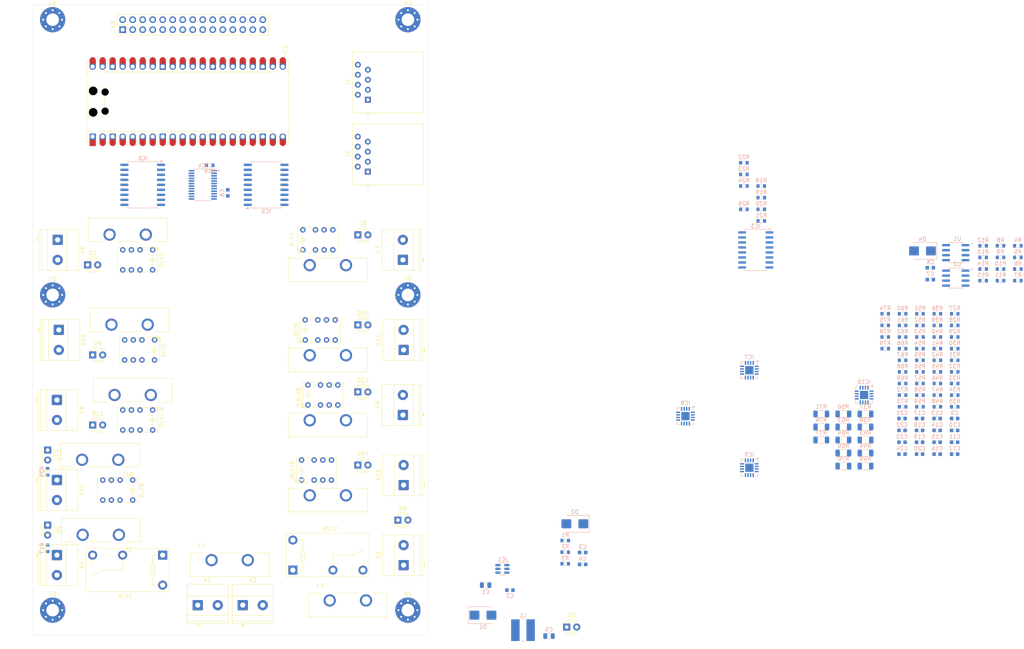
<source format=kicad_pcb>
(kicad_pcb (version 20241229) (generator "pcbnew") (generator_version "9.0")
  (layers (0 "F.Cu" signal) (4 "In1.Cu" signal) (6 "In2.Cu" signal) (2 "B.Cu" signal) (13 "F.Paste" user) (15 "B.Paste" user) (5 "F.SilkS" user "F.Silkscreen") (7 "B.SilkS" user "B.Silkscreen") (1 "F.Mask" user) (3 "B.Mask" user) (25 "Edge.Cuts" user))
  (net 0 "")
  (net 1 "Net-(D1-K)")
  (net 2 "GND")
  (net 3 "Net-(D2-K)")
  (net 4 "Net-(IC1-BS)")
  (net 5 "VDD")
  (net 6 "VCC")
  (net 7 "Net-(IC7-IN+3)")
  (net 8 "Net-(IC7-IN-3)")
  (net 9 "Net-(IC8-IN+3)")
  (net 10 "Net-(IC8-IN-3)")
  (net 11 "Net-(IC7-IN-2)")
  (net 12 "Net-(IC7-IN+2)")
  (net 13 "Net-(IC8-IN-2)")
  (net 14 "Net-(IC8-IN+2)")
  (net 15 "Net-(IC7-IN-1)")
  (net 16 "Net-(IC7-IN+1)")
  (net 17 "Net-(IC8-IN+1)")
  (net 18 "Net-(IC8-IN-1)")
  (net 19 "Net-(IC9-IN+3)")
  (net 20 "Net-(IC9-IN-3)")
  (net 21 "Net-(IC10-IN-3)")
  (net 22 "Net-(IC10-IN+3)")
  (net 23 "Net-(IC9-IN+2)")
  (net 24 "Net-(IC9-IN-2)")
  (net 25 "Net-(IC10-IN+2)")
  (net 26 "Net-(IC10-IN-2)")
  (net 27 "Net-(IC9-IN+1)")
  (net 28 "Net-(IC9-IN-1)")
  (net 29 "Net-(IC10-IN+1)")
  (net 30 "Net-(IC10-IN-1)")
  (net 31 "Net-(D1-A)")
  (net 32 "Net-(D3-A)")
  (net 33 "Net-(D4-K)")
  (net 34 "Net-(D5-A)")
  (net 35 "Net-(D6-A)")
  (net 36 "Net-(D7-A)")
  (net 37 "Net-(D8-A)")
  (net 38 "Net-(D9-A)")
  (net 39 "Net-(D10-A)")
  (net 40 "Net-(D11-A)")
  (net 41 "Net-(D12-A)")
  (net 42 "Net-(D13-A)")
  (net 43 "Net-(D14-A)")
  (net 44 "+12V")
  (net 45 "Net-(F2-Pad1)")
  (net 46 "Net-(K4-Pin_1)")
  (net 47 "Net-(K5-Pin_1)")
  (net 48 "Net-(F3-Pad1)")
  (net 49 "Net-(K6-Pin_1)")
  (net 50 "Net-(F4-Pad1)")
  (net 51 "Net-(K7-Pin_1)")
  (net 52 "Net-(F5-Pad1)")
  (net 53 "Net-(F6-Pad1)")
  (net 54 "Net-(K8-Pin_1)")
  (net 55 "Net-(F7-Pad1)")
  (net 56 "Net-(K9-Pin_1)")
  (net 57 "Net-(F8-Pad1)")
  (net 58 "Net-(K10-Pin_1)")
  (net 59 "Net-(K11-Pin_1)")
  (net 60 "Net-(F9-Pad1)")
  (net 61 "Net-(K12-Pin_1)")
  (net 62 "Net-(F10-Pad1)")
  (net 63 "Net-(K13-Pin_1)")
  (net 64 "Net-(F11-Pad1)")
  (net 65 "Net-(IC1-FB)")
  (net 66 "/MCU & Interco/NSS_433")
  (net 67 "/MCU & Interco/GPIO22")
  (net 68 "/MCU & Interco/SPI0_SCK")
  (net 69 "/MCU & Interco/GPIO3")
  (net 70 "/MCU & Interco/SPI0_SS")
  (net 72 "/MCU & Interco/URXD0")
  (net 73 "/MCU & Interco/GPIO21")
  (net 74 "/MCU & Interco/GPIO20")
  (net 75 "/MCU & Interco/SPI0_MISO")
  (net 76 "/MCU & Interco/UTXD0")
  (net 77 "/MCU & Interco/SDA1")
  (net 79 "/MCU & Interco/SCK_433")
  (net 80 "/MCU & Interco/GPIO2")
  (net 81 "SCL0")
  (net 83 "/MCU & Interco/RXEN_433")
  (net 84 "/MCU & Interco/MOSI_433")
  (net 85 "/MCU & Interco/SPI0_MOSI")
  (net 86 "/MCU & Interco/UTXD1")
  (net 87 "/MCU & Interco/MISO_433")
  (net 88 "/MCU & Interco/BUSY_433")
  (net 89 "/MCU & Interco/GPIO28_ADC2")
  (net 92 "/MCU & Interco/URXD1")
  (net 93 "/MCU & Interco/DIO1_433")
  (net 94 "SDA0")
  (net 98 "/MCU & Interco/SCL1")
  (net 99 "/MCU & Interco/NRST_433")
  (net 102 "RLY12-PI1")
  (net 104 "/Commande Relais/RLY12-I1")
  (net 105 "/Commande Relais/RLY12-I5")
  (net 106 "RLY12-PI5")
  (net 107 "/Commande Relais/RLY11-I5")
  (net 108 "/Commande Relais/RLY11-I1")
  (net 109 "RLY11-PI1")
  (net 111 "RLY11-PI5")
  (net 113 "Net-(IC4-P03)")
  (net 114 "Net-(IC4-P07)")
  (net 115 "Net-(IC4-P13)")
  (net 116 "Net-(IC4-P02)")
  (net 117 "Net-(IC4-P05)")
  (net 118 "Net-(IC4-P15)")
  (net 119 "Net-(IC4-P01)")
  (net 120 "Net-(IC4-P17)")
  (net 121 "Net-(IC4-~{INT})")
  (net 122 "Net-(IC4-P14)")
  (net 123 "Net-(IC4-P04)")
  (net 124 "Net-(IC4-P06)")
  (net 125 "Net-(IC4-P12)")
  (net 126 "Net-(IC4-P10)")
  (net 127 "Net-(IC4-P11)")
  (net 128 "Net-(IC4-P16)")
  (net 129 "Net-(IC4-P00)")
  (net 130 "/Commande Relais/RLY01-I8")
  (net 131 "/Commande Relais/RLY05-I8")
  (net 132 "/Commande Relais/RLY07-I1")
  (net 133 "/Commande Relais/RLY03-I1")
  (net 134 "/Commande Relais/RLY05-I1")
  (net 135 "/Commande Relais/RLY07-I8")
  (net 136 "/Commande Relais/RLY01-I1")
  (net 137 "/Commande Relais/RLY03-I8")
  (net 138 "/Commande Relais/RLY08-I1")
  (net 139 "/Commande Relais/RLY02-I1")
  (net 140 "/Commande Relais/RLY02-I8")
  (net 141 "/Commande Relais/RLY06-I8")
  (net 142 "/Commande Relais/RLY06-I1")
  (net 143 "/Commande Relais/RLY04-I8")
  (net 144 "/Commande Relais/RLY04-I1")
  (net 145 "/Commande Relais/RLY08-I8")
  (net 146 "VPP")
  (net 147 "Net-(IC7-TC)")
  (net 148 "Net-(IC7-PV)")
  (net 149 "Net-(IC7-CRITICAL)")
  (net 150 "Net-(IC7-WARNING)")
  (net 151 "Net-(IC8-PV)")
  (net 152 "Net-(IC8-CRITICAL)")
  (net 153 "Net-(IC8-WARNING)")
  (net 154 "Net-(IC8-TC)")
  (net 155 "Net-(IC9-CRITICAL)")
  (net 156 "Net-(IC9-TC)")
  (net 157 "Net-(IC9-PV)")
  (net 158 "Net-(IC9-WARNING)")
  (net 159 "Net-(IC10-TC)")
  (net 160 "Net-(IC10-PV)")
  (net 161 "Net-(IC10-WARNING)")
  (net 162 "Net-(IC10-CRITICAL)")
  (net 163 "Net-(U1-LX)")
  (net 164 "Net-(U1-LY)")
  (net 165 "Net-(U2-LY)")
  (net 166 "Net-(U2-LX)")
  (net 167 "LOAD2")
  (net 168 "LOAD9")
  (net 169 "LOAD3")
  (net 170 "LOAD8")
  (net 171 "LOAD1")
  (net 172 "LOAD7")
  (net 173 "LOAD4")
  (net 174 "LOAD6")
  (net 175 "LOAD12")
  (net 176 "LOAD5")
  (net 177 "LOAD11")
  (footprint "MountingHole:MountingHole_3.2mm_M3_Pad_Via" (layer "F.Cu") (at 120.65 180.34)
    (property "Reference" "H4" (at 0 -4.15 0) (layer "F.SilkS"))
    (property "Value" "MountingHole_Pad" (hide yes))
    (pad "1" thru_hole circle (at -2.4 0) (size 0.8 0.8) (drill 0.5) (layers "*.Cu" "*.Mask") (net 2 "GND"))
    (pad "1" thru_hole circle (at -1.697056 -1.697056) (size 0.8 0.8) (drill 0.5) (layers "*.Cu" "*.Mask") (net 2 "GND"))
    (pad "1" thru_hole circle (at -1.697056 1.697056) (size 0.8 0.8) (drill 0.5) (layers "*.Cu" "*.Mask") (net 2 "GND"))
    (pad "1" thru_hole circle (at 0 -2.4) (size 0.8 0.8) (drill 0.5) (layers "*.Cu" "*.Mask") (net 2 "GND"))
    (pad "1" thru_hole circle (at 0 0) (size 6.4 6.4) (drill 3.2) (layers "*.Cu" "*.Mask") (net 2 "GND"))
    (pad "1" thru_hole circle (at 0 2.4) (size 0.8 0.8) (drill 0.5) (layers "*.Cu" "*.Mask") (net 2 "GND"))
    (pad "1" thru_hole circle (at 1.697056 -1.697056) (size 0.8 0.8) (drill 0.5) (layers "*.Cu" "*.Mask") (net 2 "GND"))
    (pad "1" thru_hole circle (at 1.697056 1.697056) (size 0.8 0.8) (drill 0.5) (layers "*.Cu" "*.Mask") (net 2 "GND"))
    (pad "1" thru_hole circle (at 2.4 0) (size 0.8 0.8) (drill 0.5) (layers "*.Cu" "*.Mask") (net 2 "GND"))
  )
  (footprint "TerminalBlock_Phoenix:TerminalBlock_Phoenix_MKDS-1,5-2-5.08_1x02_P5.08mm_Horizontal" (layer "F.Cu") (at 119.5525 148.595 90)
    (property "Reference" "K13" (at 2.54 -6.32 90) (layer "F.SilkS"))
    (property "Value" "RLY08")
    (pad "1" thru_hole roundrect (at 0 0 90) (size 2.6 2.6) (drill 1.3) (layers "*.Cu" "*.Mask") (roundrect_rratio 0.096154) (net 63 "Net-(K13-Pin_1)"))
    (pad "2" thru_hole circle (at 5.08 0 90) (size 2.6 2.6) (drill 1.3) (layers "*.Cu" "*.Mask") (net 2 "GND"))
  )
  (footprint "TerminalBlock_Phoenix:TerminalBlock_Phoenix_MKDS-1,5-2-5.08_1x02_P5.08mm_Horizontal" (layer "F.Cu") (at 67.305 179.07)
    (property "Reference" "K1" (at 2.54 -6.32 0) (layer "F.SilkS"))
    (property "Value" "BATT+")
    (pad "1" thru_hole roundrect (at 0 0) (size 2.6 2.6) (drill 1.3) (layers "*.Cu" "*.Mask") (roundrect_rratio 0.096154) (net 44 "+12V"))
    (pad "2" thru_hole circle (at 5.08 0) (size 2.6 2.6) (drill 1.3) (layers "*.Cu" "*.Mask") (net 44 "+12V"))
  )
  (footprint "Connector_RJ:RJ45_Amphenol_54602-x08_Horizontal" (layer "F.Cu") (at 110.47 69.0525 90)
    (property "Reference" "J2" (at 4.445 -5 90) (layer "F.SilkS"))
    (property "Value" "EXTENSION")
    (pad "" np_thru_hole circle (at -1.27 6.35 90) (size 3.2 3.2) (drill 3.2) (layers "*.Cu" "*.Mask"))
    (pad "" np_thru_hole circle (at 10.16 6.35 90) (size 3.2 3.2) (drill 3.2) (layers "*.Cu" "*.Mask"))
    (pad "1" thru_hole rect (at 0 0 90) (size 1.5 1.5) (drill 0.76) (layers "*.Cu" "*.Mask") (net 2 "GND"))
    (pad "2" thru_hole circle (at 1.27 -2.54 90) (size 1.5 1.5) (drill 0.76) (layers "*.Cu" "*.Mask") (net 2 "GND"))
    (pad "3" thru_hole circle (at 2.54 0 90) (size 1.5 1.5) (drill 0.76) (layers "*.Cu" "*.Mask") (net 2 "GND"))
    (pad "4" thru_hole circle (at 3.81 -2.54 90) (size 1.5 1.5) (drill 0.76) (layers "*.Cu" "*.Mask") (net 166 "Net-(U2-LX)"))
    (pad "5" thru_hole circle (at 5.08 0 90) (size 1.5 1.5) (drill 0.76) (layers "*.Cu" "*.Mask") (net 165 "Net-(U2-LY)"))
    (pad "6" thru_hole circle (at 6.35 -2.54 90) (size 1.5 1.5) (drill 0.76) (layers "*.Cu" "*.Mask") (net 2 "GND"))
    (pad "7" thru_hole circle (at 7.62 0 90) (size 1.5 1.5) (drill 0.76) (layers "*.Cu" "*.Mask") (net 2 "GND"))
    (pad "8" thru_hole circle (at 8.89 -2.54 90) (size 1.5 1.5) (drill 0.76) (layers "*.Cu" "*.Mask") (net 2 "GND"))
  )
  (footprint "TerminalBlock_Phoenix:TerminalBlock_Phoenix_MKDS-1,5-2-5.08_1x02_P5.08mm_Horizontal" (layer "F.Cu") (at 78.735 179.07)
    (property "Reference" "K2" (at 2.54 -6.32 0) (layer "F.SilkS"))
    (property "Value" "BATT-")
    (pad "1" thru_hole roundrect (at 0 0) (size 2.6 2.6) (drill 1.3) (layers "*.Cu" "*.Mask") (roundrect_rratio 0.096154) (net 2 "GND"))
    (pad "2" thru_hole circle (at 5.08 0) (size 2.6 2.6) (drill 1.3) (layers "*.Cu" "*.Mask") (net 2 "GND"))
  )
  (footprint "Relay_THT:Relay_DPDT_AXICOM_IMSeries_Pitch5.08mm" (layer "F.Cu") (at 93.65 147.32 90)
    (property "Reference" "RLY10" (at 2.6 -2.3 90) (layer "F.SilkS"))
    (property "Value" "IM43TS")
    (pad "1" thru_hole circle (at 0 0 90) (size 1.4 1.4) (drill 0.7) (layers "*.Cu" "*.Mask") (net 138 "/Commande Relais/RLY08-I1"))
    (pad "2" thru_hole circle (at 0 3.2 90) (size 1.4 1.4) (drill 0.7) (layers "*.Cu" "*.Mask"))
    (pad "3" thru_hole circle (at 0 5.4 90) (size 1.4 1.4) (drill 0.7) (layers "*.Cu" "*.Mask") (net 170 "LOAD8"))
    (pad "4" thru_hole circle (at 0 7.6 90) (size 1.4 1.4) (drill 0.7) (layers "*.Cu" "*.Mask") (net 64 "Net-(F11-Pad1)"))
    (pad "5" thru_hole circle (at 5.08 7.6 90) (size 1.4 1.4) (drill 0.7) (layers "*.Cu" "*.Mask") (net 64 "Net-(F11-Pad1)"))
    (pad "6" thru_hole circle (at 5.08 5.4 90) (size 1.4 1.4) (drill 0.7) (layers "*.Cu" "*.Mask") (net 170 "LOAD8"))
    (pad "7" thru_hole circle (at 5.08 3.2 90) (size 1.4 1.4) (drill 0.7) (layers "*.Cu" "*.Mask"))
    (pad "8" thru_hole circle (at 5.08 0 90) (size 1.4 1.4) (drill 0.7) (layers "*.Cu" "*.Mask") (net 145 "/Commande Relais/RLY08-I8"))
  )
  (footprint "Relay_THT:Relay_DPDT_AXICOM_IMSeries_Pitch5.08mm" (layer "F.Cu") (at 95.27 128.27 90)
    (property "Reference" "RLY8" (at 2.6 -2.3 90) (layer "F.SilkS"))
    (property "Value" "IM43TS")
    (pad "1" thru_hole circle (at 0 0 90) (size 1.4 1.4) (drill 0.7) (layers "*.Cu" "*.Mask") (net 144 "/Commande Relais/RLY04-I1"))
    (pad "2" thru_hole circle (at 0 3.2 90) (size 1.4 1.4) (drill 0.7) (layers "*.Cu" "*.Mask"))
    (pad "3" thru_hole circle (at 0 5.4 90) (size 1.4 1.4) (drill 0.7) (layers "*.Cu" "*.Mask") (net 173 "LOAD4"))
    (pad "4" thru_hole circle (at 0 7.6 90) (size 1.4 1.4) (drill 0.7) (layers "*.Cu" "*.Mask") (net 60 "Net-(F9-Pad1)"))
    (pad "5" thru_hole circle (at 5.08 7.6 90) (size 1.4 1.4) (drill 0.7) (layers "*.Cu" "*.Mask") (net 60 "Net-(F9-Pad1)"))
    (pad "6" thru_hole circle (at 5.08 5.4 90) (size 1.4 1.4) (drill 0.7) (layers "*.Cu" "*.Mask") (net 173 "LOAD4"))
    (pad "7" thru_hole circle (at 5.08 3.2 90) (size 1.4 1.4) (drill 0.7) (layers "*.Cu" "*.Mask"))
    (pad "8" thru_hole circle (at 5.08 0 90) (size 1.4 1.4) (drill 0.7) (layers "*.Cu" "*.Mask") (net 143 "/Commande Relais/RLY04-I8"))
  )
  (footprint "TerminalBlock_Phoenix:TerminalBlock_Phoenix_MKDS-1,5-2-5.08_1x02_P5.08mm_Horizontal" (layer "F.Cu") (at 119.38 91.44 90)
    (property "Reference" "K7" (at 2.54 -6.32 90) (layer "F.SilkS"))
    (property "Value" "RLY02")
    (pad "1" thru_hole roundrect (at 0 0 90) (size 2.6 2.6) (drill 1.3) (layers "*.Cu" "*.Mask") (roundrect_rratio 0.096154) (net 51 "Net-(K7-Pin_1)"))
    (pad "2" thru_hole circle (at 5.08 0 90) (size 2.6 2.6) (drill 1.3) (layers "*.Cu" "*.Mask") (net 2 "GND"))
  )
  (footprint "LED_THT:LED_D3.0mm" (layer "F.Cu") (at 29.21 139.7 -90)
    (property "Reference" "D13" (at 1.27 -2.96 90) (layer "F.SilkS"))
    (property "Value" "LED")
    (pad "1" thru_hole rect (at 0 0 270) (size 1.8 1.8) (drill 0.9) (layers "*.Cu" "*.Mask") (net 2 "GND"))
    (pad "2" thru_hole circle (at 2.54 0 270) (size 1.8 1.8) (drill 0.9) (layers "*.Cu" "*.Mask") (net 42 "Net-(D13-A)"))
  )
  (footprint "Relay_THT:Relay_DPDT_AXICOM_IMSeries_Pitch5.08mm" (layer "F.Cu") (at 94.59 111.76 90)
    (property "Reference" "RLY6" (at 2.6 -2.3 90) (layer "F.SilkS"))
    (property "Value" "IM43TS")
    (pad "1" thru_hole circle (at 0 0 90) (size 1.4 1.4) (drill 0.7) (layers "*.Cu" "*.Mask") (net 142 "/Commande Relais/RLY06-I1"))
    (pad "2" thru_hole circle (at 0 3.2 90) (size 1.4 1.4) (drill 0.7) (layers "*.Cu" "*.Mask"))
    (pad "3" thru_hole circle (at 0 5.4 90) (size 1.4 1.4) (drill 0.7) (layers "*.Cu" "*.Mask") (net 174 "LOAD6"))
    (pad "4" thru_hole circle (at 0 7.6 90) (size 1.4 1.4) (drill 0.7) (layers "*.Cu" "*.Mask") (net 55 "Net-(F7-Pad1)"))
    (pad "5" thru_hole circle (at 5.08 7.6 90) (size 1.4 1.4) (drill 0.7) (layers "*.Cu" "*.Mask") (net 55 "Net-(F7-Pad1)"))
    (pad "6" thru_hole circle (at 5.08 5.4 90) (size 1.4 1.4) (drill 0.7) (layers "*.Cu" "*.Mask") (net 174 "LOAD6"))
    (pad "7" thru_hole circle (at 5.08 3.2 90) (size 1.4 1.4) (drill 0.7) (layers "*.Cu" "*.Mask"))
    (pad "8" thru_hole circle (at 5.08 0 90) (size 1.4 1.4) (drill 0.7) (layers "*.Cu" "*.Mask") (net 141 "/Commande Relais/RLY06-I8"))
  )
  (footprint "LED_THT:LED_D3.0mm" (layer "F.Cu") (at 118.11 157.48)
    (property "Reference" "D6" (at 1.27 -2.96 0) (layer "F.SilkS"))
    (property "Value" "LED")
    (pad "1" thru_hole rect (at 0 0) (size 1.8 1.8) (drill 0.9) (layers "*.Cu" "*.Mask") (net 2 "GND"))
    (pad "2" thru_hole circle (at 2.54 0) (size 1.8 1.8) (drill 0.9) (layers "*.Cu" "*.Mask") (net 35 "Net-(D6-A)"))
  )
  (footprint "LED_THT:LED_D3.0mm" (layer "F.Cu") (at 40.64 115.57)
    (property "Reference" "D9" (at 1.27 -2.96 0) (layer "F.SilkS"))
    (property "Value" "LED")
    (pad "1" thru_hole rect (at 0 0) (size 1.8 1.8) (drill 0.9) (layers "*.Cu" "*.Mask") (net 2 "GND"))
    (pad "2" thru_hole circle (at 2.54 0) (size 1.8 1.8) (drill 0.9) (layers "*.Cu" "*.Mask") (net 38 "Net-(D9-A)"))
  )
  (footprint "178.6164.0001:LITTELFUSE_178.6164.0001" (layer "F.Cu") (at 100.33 152.4)
    (property "Reference" "F11" (at -7.075 -4.885 0) (layer "F.SilkS"))
    (property "Value" "3A")
    (pad "" np_thru_hole circle (at 0 0) (size 2.45 2.45) (drill 2.45) (layers "*.Cu" "*.Mask"))
    (pad "1" thru_hole circle (at -4.6 -1.2) (size 3.116 3.116) (drill 2.1) (layers "*.Cu" "*.Mask") (net 64 "Net-(F11-Pad1)"))
    (pad "2" thru_hole circle (at 4.6 -1.2) (size 3.116 3.116) (drill 2.1) (layers "*.Cu" "*.Mask") (net 63 "Net-(K13-Pin_1)"))
  )
  (footprint "MountingHole:MountingHole_3.2mm_M3_Pad_Via" (layer "F.Cu") (at 120.65 100.33)
    (property "Reference" "H6" (at 0 -4.15 0) (layer "F.SilkS"))
    (property "Value" "MountingHole_Pad" (hide yes))
    (pad "1" thru_hole circle (at -2.4 0) (size 0.8 0.8) (drill 0.5) (layers "*.Cu" "*.Mask") (net 2 "GND"))
    (pad "1" thru_hole circle (at -1.697056 -1.697056) (size 0.8 0.8) (drill 0.5) (layers "*.Cu" "*.Mask") (net 2 "GND"))
    (pad "1" thru_hole circle (at -1.697056 1.697056) (size 0.8 0.8) (drill 0.5) (layers "*.Cu" "*.Mask") (net 2 "GND"))
    (pad "1" thru_hole circle (at 0 -2.4) (size 0.8 0.8) (drill 0.5) (layers "*.Cu" "*.Mask") (net 2 "GND"))
    (pad "1" thru_hole circle (at 0 0) (size 6.4 6.4) (drill 3.2) (layers "*.Cu" "*.Mask") (net 2 "GND"))
    (pad "1" thru_hole circle (at 0 2.4) (size 0.8 0.8) (drill 0.5) (layers "*.Cu" "*.Mask") (net 2 "GND"))
    (pad "1" thru_hole circle (at 1.697056 -1.697056) (size 0.8 0.8) (drill 0.5) (layers "*.Cu" "*.Mask") (net 2 "GND"))
    (pad "1" thru_hole circle (at 1.697056 1.697056) (size 0.8 0.8) (drill 0.5) (layers "*.Cu" "*.Mask") (net 2 "GND"))
    (pad "1" thru_hole circle (at 2.4 0) (size 0.8 0.8) (drill 0.5) (layers "*.Cu" "*.Mask") (net 2 "GND"))
  )
  (footprint "Relay_THT:Relay_DPDT_AXICOM_IMSeries_Pitch5.08mm" (layer "F.Cu") (at 50.8 147.32 -90)
    (property "Reference" "RLY9" (at 2.6 -2.3 90) (layer "F.SilkS"))
    (property "Value" "IM43TS")
    (pad "1" thru_hole circle (at 0 0 270) (size 1.4 1.4) (drill 0.7) (layers "*.Cu" "*.Mask") (net 132 "/Commande Relais/RLY07-I1"))
    (pad "2" thru_hole circle (at 0 3.2 270) (size 1.4 1.4) (drill 0.7) (layers "*.Cu" "*.Mask"))
    (pad "3" thru_hole circle (at 0 5.4 270) (size 1.4 1.4) (drill 0.7) (layers "*.Cu" "*.Mask") (net 172 "LOAD7"))
    (pad "4" thru_hole circle (at 0 7.6 270) (size 1.4 1.4) (drill 0.7) (layers "*.Cu" "*.Mask") (net 62 "Net-(F10-Pad1)"))
    (pad "5" thru_hole circle (at 5.08 7.6 270) (size 1.4 1.4) (drill 0.7) (layers "*.Cu" "*.Mask") (net 62 "Net-(F10-Pad1)"))
    (pad "6" thru_hole circle (at 5.08 5.4 270) (size 1.4 1.4) (drill 0.7) (layers "*.Cu" "*.Mask") (net 172 "LOAD7"))
    (pad "7" thru_hole circle (at 5.08 3.2 270) (size 1.4 1.4) (drill 0.7) (layers "*.Cu" "*.Mask"))
    (pad "8" thru_hole circle (at 5.08 0 270) (size 1.4 1.4) (drill 0.7) (layers "*.Cu" "*.Mask") (net 135 "/Commande Relais/RLY07-I8"))
  )
  (footprint "Module:RaspberryPi_Pico_Common_Unspecified" (layer "F.Cu") (at 64.77 51.27 90)
    (property "Reference" "IC2" (at 11.7475 24.765 90) (layer "F.SilkS") (effects (justify left)))
    (property "Value" "RaspberryPi_Pico")
    (pad "" np_thru_hole circle (at -2.725 -24 90) (size 2.2 2.2) (drill 2.2) (layers "*.Mask"))
    (pad "" np_thru_hole circle (at -2.425 -20.97 90) (size 1.85 1.85) (drill 1.85) (layers "*.Mask"))
    (pad "" np_thru_hole circle (at 2.425 -20.97 90) (size 1.85 1.85) (drill 1.85) (layers "*.Mask"))
    (pad "" np_thru_hole circle (at 2.725 -24 90) (size 2.2 2.2) (drill 2.2) (layers "*.Mask"))
    (pad "1" smd custom (at -9.69 -24.13 90) (size 1.6 0.8) (layers "F.Cu" "F.Mask") (net 76 "/MCU & Interco/UTXD0") (options (clearance outline) (anchor rect)) (primitives (gr_circle (center 0.8 0) (end 1.6 0) (width 0) (fill yes)) (gr_poly (pts (xy -1.6 -0.6) (xy -1.6 0.6) (xy -1.4 0.8) (xy 0.8 0.8) (xy 0.8 -0.8) (xy -1.4 -0.8)) (width 0) (fill yes)) (gr_circle (center -1.4 -0.6) (end -1.2 -0.6) (width 0) (fill yes)) (gr_circle (center -1.4 0.6) (end -1.2 0.6) (width 0) (fill yes))))
    (pad "1" thru_hole roundrect (at -8.89 -24.13 90) (size 1.6 1.6) (drill 1) (layers "*.Cu" "*.Mask") (roundrect_rratio 0.125) (net 76 "/MCU & Interco/UTXD0"))
    (pad "2" smd roundrect (at -9.69 -21.59 90) (size 3.2 1.6) (layers "F.Cu" "F.Mask") (roundrect_rratio 0.5) (net 72 "/MCU & Interco/URXD0"))
    (pad "2" thru_hole circle (at -8.89 -21.59 90) (size 1.6 1.6) (drill 1) (layers "*.Cu" "*.Mask") (net 72 "/MCU & Interco/URXD0"))
    (pad "3" smd custom (at -9.69 -19.05 90) (size 1.6 0.8) (layers "F.Cu" "F.Mask") (net 2 "GND") (options (clearance outline) (anchor rect)) (primitives (gr_circle (center -0.8 0) (end 0 0) (width 0) (fill yes)) (gr_poly (pts (xy 1.6 -0.6) (xy 1.6 0.6) (xy 1.4 0.8) (xy -0.8 0.8) (xy -0.8 -0.8) (xy 1.4 -0.8)) (width 0) (fill yes)) (gr_circle (center 1.4 -0.6) (end 1.6 -0.6) (width 0) (fill yes)) (gr_circle (center 1.4 0.6) (end 1.6 0.6) (width 0) (fill yes))))
    (pad "3" thru_hole custom (at -8.89 -19.05 90) (size 1.6 1.6) (drill 1) (layers "*.Cu" "*.Mask") (net 2 "GND") (options (clearance outline) (anchor circle)) (primitives (gr_poly (pts (xy 0.8 0.6) (xy 0.8 -0.6) (xy 0.6 -0.8) (xy 0 -0.8) (xy 0 0.8) (xy 0.6 0.8)) (width 0) (fill yes)) (gr_circle (center 0.6 0.6) (end 0.8 0.6) (width 0) (fill yes)) (gr_circle (center 0.6 -0.6) (end 0.8 -0.6) (width 0) (fill yes))))
    (pad "4" smd roundrect (at -9.69 -16.51 90) (size 3.2 1.6) (layers "F.Cu" "F.Mask") (roundrect_rratio 0.5) (net 80 "/MCU & Interco/GPIO2"))
    (pad "4" thru_hole circle (at -8.89 -16.51 90) (size 1.6 1.6) (drill 1) (layers "*.Cu" "*.Mask") (net 80 "/MCU & Interco/GPIO2"))
    (pad "5" smd roundrect (at -9.69 -13.97 90) (size 3.2 1.6) (layers "F.Cu" "F.Mask") (roundrect_rratio 0.5) (net 69 "/MCU & Interco/GPIO3"))
    (pad "5" thru_hole circle (at -8.89 -13.97 90) (size 1.6 1.6) (drill 1) (layers "*.Cu" "*.Mask") (net 69 "/MCU & Interco/GPIO3"))
    (pad "6" smd roundrect (at -9.69 -11.43 90) (size 3.2 1.6) (layers "F.Cu" "F.Mask") (roundrect_rratio 0.5) (net 94 "SDA0"))
    (pad "6" thru_hole circle (at -8.89 -11.43 90) (size 1.6 1.6) (drill 1) (layers "*.Cu" "*.Mask") (net 94 "SDA0"))
    (pad "7" smd roundrect (at -9.69 -8.89 90) (size 3.2 1.6) (layers "F.Cu" "F.Mask") (roundrect_rratio 0.5) (net 81 "SCL0"))
    (pad "7" thru_hole circle (at -8.89 -8.89 90) (size 1.6 1.6) (drill 1) (layers "*.Cu" "*.Mask") (net 81 "SCL0"))
    (pad "8" smd custom (at -9.69 -6.35 90) (size 1.6 0.8) (layers "F.Cu" "F.Mask") (net 2 "GND") (options (clearance outline) (anchor rect)) (primitives (gr_circle (center -0.8 0) (end 0 0) (width 0) (fill yes)) (gr_poly (pts (xy 1.6 -0.6) (xy 1.6 0.6) (xy 1.4 0.8) (xy -0.8 0.8) (xy -0.8 -0.8) (xy 1.4 -0.8)) (width 0) (fill yes)) (gr_circle (center 1.4 -0.6) (end 1.6 -0.6) (width 0) (fill yes)) (gr_circle (center 1.4 0.6) (end 1.6 0.6) (width 0) (fill yes))))
    (pad "8" thru_hole custom (at -8.89 -6.35 90) (size 1.6 1.6) (drill 1) (layers "*.Cu" "*.Mask") (net 2 "GND") (options (clearance outline) (anchor circle)) (primitives (gr_poly (pts (xy 0.8 0.6) (xy 0.8 -0.6) (xy 0.6 -0.8) (xy 0 -0.8) (xy 0 0.8) (xy 0.6 0.8)) (width 0) (fill yes)) (gr_circle (center 0.6 0.6) (end 0.8 0.6) (width 0) (fill yes)) (gr_circle (center 0.6 -0.6) (end 0.8 -0.6) (width 0) (fill yes))))
    (pad "9" smd roundrect (at -9.69 -3.81 90) (size 3.2 1.6) (layers "F.Cu" "F.Mask") (roundrect_rratio 0.5) (net 83 "/MCU & Interco/RXEN_433"))
    (pad "9" thru_hole circle (at -8.89 -3.81 90) (size 1.6 1.6) (drill 1) (layers "*.Cu" "*.Mask") (net 83 "/MCU & Interco/RXEN_433"))
    (pad "10" smd roundrect (at -9.69 -1.27 90) (size 3.2 1.6) (layers "F.Cu" "F.Mask") (roundrect_rratio 0.5) (net 88 "/MCU & Interco/BUSY_433"))
    (pad "10" thru_hole circle (at -8.89 -1.27 90) (size 1.6 1.6) (drill 1) (layers "*.Cu" "*.Mask") (net 88 "/MCU & Interco/BUSY_433"))
    (pad "11" smd roundrect (at -9.69 1.27 90) (size 3.2 1.6) (layers "F.Cu" "F.Mask") (roundrect_rratio 0.5) (net 86 "/MCU & Interco/UTXD1"))
    (pad "11" thru_hole circle (at -8.89 1.27 90) (size 1.6 1.6) (drill 1) (layers "*.Cu" "*.Mask") (net 86 "/MCU & Interco/UTXD1"))
    (pad "12" smd roundrect (at -9.69 3.81 90) (size 3.2 1.6) (layers "F.Cu" "F.Mask") (roundrect_rratio 0.5) (net 92 "/MCU & Interco/URXD1"))
    (pad "12" thru_hole circle (at -8.89 3.81 90) (size 1.6 1.6) (drill 1) (layers "*.Cu" "*.Mask") (net 92 "/MCU & Interco/URXD1"))
    (pad "13" smd custom (at -9.69 6.35 90) (size 1.6 0.8) (layers "F.Cu" "F.Mask") (net 2 "GND") (options (clearance outline) (anchor rect)) (primitives (gr_circle (center -0.8 0) (end 0 0) (width 0) (fill yes)) (gr_poly (pts (xy 1.6 -0.6) (xy 1.6 0.6) (xy 1.4 0.8) (xy -0.8 0.8) (xy -0.8 -0.8) (xy 1.4 -0.8)) (width 0) (fill yes)) (gr_circle (center 1.4 -0.6) (end 1.6 -0.6) (width 0) (fill yes)) (gr_circle (center 1.4 0.6) (end 1.6 0.6) (width 0) (fill yes))))
    (pad "13" thru_hole custom (at -8.89 6.35 90) (size 1.6 1.6) (drill 1) (layers "*.Cu" "*.Mask") (net 2 "GND") (options (clearance outline) (anchor circle)) (primitives (gr_poly (pts (xy 0.8 0.6) (xy 0.8 -0.6) (xy 0.6 -0.8) (xy 0 -0.8) (xy 0 0.8) (xy 0.6 0.8)) (width 0) (fill yes)) (gr_circle (center 0.6 0.6) (end 0.8 0.6) (width 0) (fill yes)) (gr_circle (center 0.6 -0.6) (end 0.8 -0.6) (width 0) (fill yes))))
    (pad "14" smd roundrect (at -9.69 8.89 90) (size 3.2 1.6) (layers "F.Cu" "F.Mask") (roundrect_rratio 0.5) (net 99 "/MCU & Interco/NRST_433"))
    (pad "14" thru_hole circle (at -8.89 8.89 90) (size 1.6 1.6) (drill 1) (layers "*.Cu" "*.Mask") (net 99 "/MCU & Interco/NRST_433"))
    (pad "15" smd roundrect (at -9.69 11.43 90) (size 3.2 1.6) (layers "F.Cu" "F.Mask") (roundrect_rratio 0.5) (net 93 "/MCU & Interco/DIO1_433"))
    (pad "15" thru_hole circle (at -8.89 11.43 90) (size 1.6 1.6) (drill 1) (layers "*.Cu" "*.Mask") (net 93 "/MCU & Interco/DIO1_433"))
    (pad "16" smd roundrect (at -9.69 13.97 90) (size 3.2 1.6) (layers "F.Cu" "F.Mask") (roundrect_rratio 0.5) (net 87 "/MCU & Interco/MISO_433"))
    (pad "16" thru_hole circle (at -8.89 13.97 90) (size 1.6 1.6) (drill 1) (layers "*.Cu" "*.Mask") (net 87 "/MCU & Interco/MISO_433"))
    (pad "17" smd roundrect (at -9.69 16.51 90) (size 3.2 1.6) (layers "F.Cu" "F.Mask") (roundrect_rratio 0.5) (net 66 "/MCU & Interco/NSS_433"))
    (pad "17" thru_hole circle (at -8.89 16.51 90) (size 1.6 1.6) (drill 1) (layers "*.Cu" "*.Mask") (net 66 "/MCU & Interco/NSS_433"))
    (pad "18" smd custom (at -9.69 19.05 90) (size 1.6 0.8) (layers "F.Cu" "F.Mask") (net 2 "GND") (options (clearance outline) (anchor rect)) (primitives (gr_circle (center -0.8 0) (end 0 0) (width 0) (fill yes)) (gr_poly (pts (xy 1.6 -0.6) (xy 1.6 0.6) (xy 1.4 0.8) (xy -0.8 0.8) (xy -0.8 -0.8) (xy 1.4 -0.8)) (width 0) (fill yes)) (gr_circle (center 1.4 -0.6) (end 1.6 -0.6) (width 0) (fill yes)) (gr_circle (center 1.4 0.6) (end 1.6 0.6) (width 0) (fill yes))))
    (pad "18" thru_hole custom (at -8.89 19.05 90) (size 1.6 1.6) (drill 1) (layers "*.Cu" "*.Mask") (net 2 "GND") (options (clearance outline) (anchor circle)) (primitives (gr_poly (pts (xy 0.8 0.6) (xy 0.8 -0.6) (xy 0.6 -0.8) (xy 0 -0.8) (xy 0 0.8) (xy 0.6 0.8)) (width 0) (fill yes)) (gr_circle (center 0.6 0.6) (end 0.8 0.6) (width 0) (fill yes)) (gr_circle (center 0.6 -0.6) (end 0.8 -0.6) (width 0) (fill yes))))
    (pad "19" smd roundrect (at -9.69 21.59 90) (size 3.2 1.6) (layers "F.Cu" "F.Mask") (roundrect_rratio 0.5) (net 79 "/MCU & Interco/SCK_433"))
    (pad "19" thru_hole circle (at -8.89 21.59 90) (size 1.6 1.6) (drill 1) (layers "*.Cu" "*.Mask") (net 79 "/MCU & Interco/SCK_433"))
    (pad "20" smd roundrect (at -9.69 24.13 90) (size 3.2 1.6) (layers "F.Cu" "F.Mask") (roundrect_rratio 0.5) (net 84 "/MCU & Interco/MOSI_433"))
    (pad "20" thru_hole circle (at -8.89 24.13 90) (size 1.6 1.6) (drill 1) (layers "*.Cu" "*.Mask") (net 84 "/MCU & Interco/MOSI_433"))
    (pad "21" thru_hole circle (at 8.89 24.13 90) (size 1.6 1.6) (drill 1) (layers "*.Cu" "*.Mask") (net 75 "/MCU & Interco/SPI0_MISO"))
    (pad "21" smd roundrect (at 9.69 24.13 90) (size 3.2 1.6) (layers "F.Cu" "F.Mask") (roundrect_rratio 0.5) (net 75 "/MCU & Interco/SPI0_MISO"))
    (pad "22" thru_hole circle (at 8.89 21.59 90) (size 1.6 1.6) (drill 1) (layers "*.Cu" "*.Mask") (net 70 "/MCU & Interco/SPI0_SS"))
    (pad "22" smd roundrect (at 9.69 21.59 90) (size 3.2 1.6) (layers "F.Cu" "F.Mask") (roundrect_rratio 0.5) (net 70 "/MCU & Interco/SPI0_SS"))
    (pad "23" thru_hole custom (at 8.89 19.05 90) (size 1.6 1.6) (drill 1) (layers "*.Cu" "*.Mask") (net 2 "GND") (options (clearance outline) (anchor circle)) (primitives (gr_poly (pts (xy -0.8 0.6) (xy -0.8 -0.6) (xy -0.6 -0.8) (xy 0 -0.8) (xy 0 0.8) (xy -0.6 0.8)) (width 0) (fill yes)) (gr_circle (center -0.6 0.6) (end -0.4 0.6) (width 0) (fill yes)) (gr_circle (center -0.6 -0.6) (end -0.4 -0.6) (width 0) (fill yes))))
    (pad "23" smd custom (at 9.69 19.05 90) (size 1.6 0.8) (layers "F.Cu" "F.Mask") (net 2 "GND") (options (clearance outline) (anchor rect)) (primitives (gr_circle (center 0.8 0) (end 1.6 0) (width 0) (fill yes)) (gr_poly (pts (xy -1.6 -0.6) (xy -1.6 0.6) (xy -1.4 0.8) (xy 0.8 0.8) (xy 0.8 -0.8) (xy -1.4 -0.8)) (width 0) (fill yes)) (gr_circle (center -1.4 -0.6) (end -1.2 -0.6) (width 0) (fill yes)) (gr_circle (center -1.4 0.6) (end -1.2 0.6) (width 0) (fill yes))))
    (pad "24" thru_hole circle (at 8.89 16.51 90) (size 1.6 1.6) (drill 1) (layers "*.Cu" "*.Mask") (net 68 "/MCU & Interco/SPI0_SCK"))
    (pad "24" smd roundrect (at 9.69 16.51 90) (size 3.2 1.6) (layers "F.Cu" "F.Mask") (roundrect_rratio 0.5) (net 68 "/MCU & Interco/SPI0_SCK"))
    (pad "25" thru_hole circle (at 8.89 13.97 90) (size 1.6 1.6) (drill 1) (layers "*.Cu" "*.Mask") (net 85 "/MCU & Interco/SPI0_MOSI"))
    (pad "25" smd roundrect (at 9.69 13.97 90) (size 3.2 1.6) (layers "F.Cu" "F.Mask") (roundrect_rratio 0.5) (net 85 "/MCU & Interco/SPI0_MOSI"))
    (pad "26" thru_hole circle (at 8.89 11.43 90) (size 1.6 1.6) (drill 1) (layers "*.Cu" "*.Mask") (net 74 "/MCU & Interco/GPIO20"))
    (pad "26" smd roundrect (at 9.69 11.43 90) (size 3.2 1.6) (layers "F.Cu" "F.Mask") (roundrect_rratio 0.5) (net 74 "/MCU & Interco/GPIO20"))
    (pad "27" thru_hole circle (at 8.89 8.89 90) (size 1.6 1.6) (drill 1) (layers "*.Cu" "*.Mask") (net 73 "/MCU & Interco/GPIO21"))
    (pad "27" smd roundrect (at 9.69 8.89 90) (size 3.2 1.6) (layers "F.Cu" "F.Mask") (roundrect_rratio 0.5) (net 73 "/MCU & Interco/GPIO21"))
    (pad "28" thru_hole custom (at 8.89 6.35 90) (size 1.6 1.6) (drill 1) (layers "*.Cu" "*.Mask") (net 2 "GND") (options (clearance outline) (anchor circle)) (primitives (gr_poly (pts (xy -0.8 0.6) (xy -0.8 -0.6) (xy -0.6 -0.8) (xy 0 -0.8) (xy 0 0.8) (xy -0.6 0.8)) (width 0) (fill yes)) (gr_circle (center -0.6 0.6) (end -0.4 0.6) (width 0) (fill yes)) (gr_circle (center -0.6 -0.6) (end -0.4 -0.6) (width 0) (fill yes))))
    (pad "28" smd custom (at 9.69 6.35 90) (size 1.6 0.8) (layers "F.Cu" "F.Mask") (net 2 "GND") (options (clearance outline) (anchor rect)) (primitives (gr_circle (center 0.8 0) (end 1.6 0) (width 0) (fill yes)) (gr_poly (pts (xy -1.6 -0.6) (xy -1.6 0.6) (xy -1.4 0.8) (xy 0.8 0.8) (xy 0.8 -0.8) (xy -1.4 -0.8)) (width 0) (fill yes)) (gr_circle (center -1.4 -0.6) (end -1.2 -0.6) (width 0) (fill yes)) (gr_circle (center -1.4 0.6) (end -1.2 0.6) (width 0) (fill yes))))
    (pad "29" thru_hole circle (at 8.89 3.81 90) (size 1.6 1.6) (drill 1) (layers "*.Cu" "*.Mask") (net 67 "/MCU & Interco/GPIO22"))
    (pad "29" smd roundrect (at 9.69 3.81 90) (size 3.2 1.6) (layers "F.Cu" "F.Mask") (roundrect_rratio 0.5) (net 67 "/MCU & Interco/GPIO22"))
    (pad "30" thru_hole circle (at 8.89 1.27 90) (size 1.6 1.6) (drill 1) (layers "*.Cu" "*.Mask"))
    (pad "30" smd roundrect (at 9.69 1.27 90) (size 3.2 1.6) (layers "F.Cu" "F.Mask") (roundrect_rratio 0.5))
    (pad "31" thru_hole circle (at 8.89 -1.27 90) (size 1.6 1.6) (drill 1) (layers "*.Cu" "*.Mask") (net 77 "/MCU & Interco/SDA1"))
    (pad "31" smd roundrect (at 9.69 -1.27 90) (size 3.2 1.6) (layers "F.Cu" "F.Mask") (roundrect_rratio 0.5) (net 77 "/MCU & Interco/SDA1"))
    (pad "32" thru_hole circle (at 8.89 -3.81 90) (size 1.6 1.6) (drill 1) (layers "*.Cu" "*.Mask") (net 98 "/MCU & Interco/SCL1"))
    (pad "32" smd roundrect (at 9.69 -3.81 90) (size 3.2 1.6) (layers "F.Cu" "F.Mask") (roundrect_rratio 0.5) (net 98 "/MCU & Interco/SCL1"))
    (pad "33" thru_hole custom (at 8.89 -6.35 90) (size 1.6 1.6) (drill 1) (layers "*.Cu" "*.Mask") (options (clearance outline) (anchor circle)) (primitives (gr_poly (pts (xy -0.8 0.6) (xy -0.8 -0.6) (xy -0.6 -0.8) (xy 0 -0.8) (xy 0 0.8) (xy -0.6 0.8)) (width 0) (fill yes)) (gr_circle (center -0.6 0.6) (end -0.4 0.6) (width 0) (fill yes)) (gr_circle (center -0.6 -0.6) (end -0.4 -0.6) (width 0) (fill yes))))
    (pad "33" smd custom (at 9.69 -6.35 90) (size 1.6 0.8) (layers "F.Cu" "F.Mask") (options (clearance outline) (anchor rect)) (primitives (gr_circle (center 0.8 0) (end 1.6 0) (width 0) (fill yes)) (gr_poly (pts (xy -1.6 -0.6) (xy -1.6 0.6) (xy -1.4 0.8) (xy 0.8 0.8) (xy 0.8 -0.8) (xy -1.4 -0.8)) (width 0) (fill yes)) (gr_circle (center -1.4 -0.6) (end -1.2 -0.6) (width 0) (fill yes)) (gr_circle (center -1.4 0.6) (end -1.2 0.6) (width 0) (fill yes))))
    (pad "34" thru_hole circle (at 8.89 -8.89 90) (size 1.6 1.6) (drill 1) (layers "*.Cu" "*.Mask") (net 89 "/MCU & Interco/GPIO28_ADC2"))
    (pad "34" smd roundrect (at 9.69 -8.89 90) (size 3.2 1.6) (layers "F.Cu" "F.Mask") (roundrect_rratio 0.5) (net 89 "/MCU & Interco/GPIO28_ADC2"))
    (pad "35" thru_hole circle (at 8.89 -11.43 90) (size 1.6 1.6) (drill 1) (layers "*.Cu" "*.Mask"))
    (pad "35" smd roundrect (at 9.69 -11.43 90) (size 3.2 1.6) (layers "F.Cu" "F.Mask") (roundrect_rratio 0.5))
    (pad "36" thru_hole circle (at 8.89 -13.97 90) (size 1.6 1.6) (drill 1) (layers "*.Cu" "*.Mask") (net 6 "VCC"))
    (pad "36" smd roundrect (at 9.69 -13.97 90) (size 3.2 1.6) (layers "F.Cu" "F.Mask") (roundrect_rratio 0.5) (net 6 "VCC"))
    (pad "37" thru_hole circle (at 8.89 -16.51 90) (size 1.6 1.6) (drill 1) (layers "*.Cu" "*.Mask"))
    (pad "37" smd roundrect (at 9.69 -16.51 90) (size 3.2 1.6) (layers "F.Cu" "F.Mask") (roundrect_rratio 0.5))
    (pad "38" thru_hole custom (at 8.89 -19.05 90) (size 1.6 1.6) (drill 1) (layers "*.Cu" "*.Mask") (net 2 "GND") (options (clearance outline) (anchor circle)) (primitives (gr_poly (pts (xy -0.8 0.6) (xy -0.8 -0.6) (xy -0.6 -0.8) (xy 0 -0.8) (xy 0 0.8) (xy -0.6 0.8)) (width 0) (fill yes)) (gr_circle (center -0.6 0.6) (end -0.4 0.6) (width 0) (fill yes)) (gr_circle (center -0.6 -0.6) (end -0.4 -0.6) (width 0) (fill yes))))
    (pad "38" smd custom (at 9.69 -19.05 90) (size 1.6 0.8) (layers "F.Cu" "F.Mask") (net 2 "GND") (options (clearance outline) (anchor rect)) (primitives (gr_circle (center 0.8 0) (end 1.6 0) (width 0) (fill yes)) (gr_poly (pts (xy -1.6 -0.6) (xy -1.6 0.6) (xy -1.4 0.8) (xy 0.8 0.8) (xy 0.8 -0.8) (xy -1.4 -0.8)) (width 0) (fill yes)) (gr_circle (center -1.4 -0.6) (end -1.2 -0.6) (width 0) (fill yes)) (gr_circle (center -1.4 0.6) (end -1.2 0.6) (width 0) (fill yes))))
    (pad "39" thru_hole circle (at 8.89 -21.59 90) (size 1.6 1.6) (drill 1) (layers "*.Cu" "*.Mask") (net 33 "Net-(D4-K)"))
    (pad "39" smd roundrect (at 9.69 -21.59 90) (size 3.2 1.6) (layers "F.Cu" "F.Mask") (roundrect_rratio 0.5) (net 33 "Net-(D4-K)"))
    (pad "40" thru_hole circle (at 8.89 -24.13 90) (size 1.6 1.6) (drill 1) (layers "*.Cu" "*.Mask"))
    (pad "40" smd roundrect (at 9.69 -24.13 90) (size 3.2 1.6) (layers "F.Cu" "F.Mask") (roundrect_rratio 0.5))
  )
  (footprint "LED_THT:LED_D3.0mm" (layer "F.Cu") (at 39.37 92.71)
    (property "Reference" "D7" (at 1.27 -2.96 0) (layer "F.SilkS"))
    (property "Value" "LED")
    (pad "1" thru_hole rect (at 0 0) (size 1.8 1.8) (drill 0.9) (layers "*.Cu" "*.Mask") (net 2 "GND"))
    (pad "2" thru_hole circle (at 2.54 0) (size 1.8 1.8) (drill 0.9) (layers "*.Cu" "*.Mask") (net 36 "Net-(D7-A)"))
  )
  (footprint "MountingHole:MountingHole_3.2mm_M3_Pad_Via" (layer "F.Cu") (at 30.48 100.33)
    (property "Reference" "H5" (at 0 -4.15 0) (layer "F.SilkS"))
    (property "Value" "MountingHole_Pad" (hide yes))
    (pad "1" thru_hole circle (at -2.4 0) (size 0.8 0.8) (drill 0.5) (layers "*.Cu" "*.Mask") (net 2 "GND"))
    (pad "1" thru_hole circle (at -1.697056 -1.697056) (size 0.8 0.8) (drill 0.5) (layers "*.Cu" "*.Mask") (net 2 "GND"))
    (pad "1" thru_hole circle (at -1.697056 1.697056) (size 0.8 0.8) (drill 0.5) (layers "*.Cu" "*.Mask") (net 2 "GND"))
    (pad "1" thru_hole circle (at 0 -2.4) (size 0.8 0.8) (drill 0.5) (layers "*.Cu" "*.Mask") (net 2 "GND"))
    (pad "1" thru_hole circle (at 0 0) (size 6.4 6.4) (drill 3.2) (layers "*.Cu" "*.Mask") (net 2 "GND"))
    (pad "1" thru_hole circle (at 0 2.4) (size 0.8 0.8) (drill 0.5) (layers "*.Cu" "*.Mask") (net 2 "GND"))
    (pad "1" thru_hole circle (at 1.697056 -1.697056) (size 0.8 0.8) (drill 0.5) (layers "*.Cu" "*.Mask") (net 2 "GND"))
    (pad "1" thru_hole circle (at 1.697056 1.697056) (size 0.8 0.8) (drill 0.5) (layers "*.Cu" "*.Mask") (net 2 "GND"))
    (pad "1" thru_hole circle (at 2.4 0) (size 0.8 0.8) (drill 0.5) (layers "*.Cu" "*.Mask") (net 2 "GND"))
  )
  (footprint "Relay_THT:Relay_SPST_Omron-G5Q-1A" (layer "F.Cu") (at 91.455 170.17)
    (property "Reference" "RLY2" (at 9.5 -10.5 180) (layer "F.SilkS"))
    (property "Value" "G5QU-1A")
    (pad "1" thru_hole rect (at 0 0 180) (size 2.3 2.3) (drill 1.3) (layers "*.Cu" "*.Mask") (net 104 "/Commande Relais/RLY12-I1"))
    (pad "2" thru_hole circle (at 10.16 0 180) (size 2.3 2.3) (drill 1.3) (layers "*.Cu" "*.Mask") (net 175 "LOAD12"))
    (pad "3" thru_hole circle (at 17.78 0 180) (size 2.3 2.3) (drill 1.3) (layers "*.Cu" "*.Mask") (net 48 "Net-(F3-Pad1)"))
    (pad "5" thru_hole circle (at 0 -7.62 180) (size 2.3 2.3) (drill 1.3) (layers "*.Cu" "*.Mask") (net 105 "/Commande Relais/RLY12-I5"))
  )
  (footprint "178.6164.0001:LITTELFUSE_178.6164.0001" (layer "F.Cu") (at 42.7 160.02 180)
    (property "Reference" "F2" (at -7.075 -4.885 0) (layer "F.SilkS"))
    (property "Value" "10A" (hide yes))
    (pad "" np_thru_hole circle (at 0 0 180) (size 2.45 2.45) (drill 2.45) (layers "*.Cu" "*.Mask"))
    (pad "1" thru_hole circle (at -4.6 -1.2 180) (size 3.116 3.116) (drill 2.1) (layers "*.Cu" "*.Mask") (net 45 "Net-(F2-Pad1)"))
    (pad "2" thru_hole circle (at 4.6 -1.2 180) (size 3.116 3.116) (drill 2.1) (layers "*.Cu" "*.Mask") (net 46 "Net-(K4-Pin_1)"))
  )
  (footprint "MountingHole:MountingHole_3.2mm_M3_Pad_Via" (layer "F.Cu") (at 30.48 30.48)
    (property "Reference" "H1" (at 0 -4.15 0) (layer "F.SilkS"))
    (property "Value" "MountingHole_Pad" (hide yes))
    (pad "1" thru_hole circle (at -2.4 0) (size 0.8 0.8) (drill 0.5) (layers "*.Cu" "*.Mask") (net 2 "GND"))
    (pad "1" thru_hole circle (at -1.697056 -1.697056) (size 0.8 0.8) (drill 0.5) (layers "*.Cu" "*.Mask") (net 2 "GND"))
    (pad "1" thru_hole circle (at -1.697056 1.697056) (size 0.8 0.8) (drill 0.5) (layers "*.Cu" "*.Mask") (net 2 "GND"))
    (pad "1" thru_hole circle (at 0 -2.4) (size 0.8 0.8) (drill 0.5) (layers "*.Cu" "*.Mask") (net 2 "GND"))
    (pad "1" thru_hole circle (at 0 0) (size 6.4 6.4) (drill 3.2) (layers "*.Cu" "*.Mask") (net 2 "GND"))
    (pad "1" thru_hole circle (at 0 2.4) (size 0.8 0.8) (drill 0.5) (layers "*.Cu" "*.Mask") (net 2 "GND"))
    (pad "1" thru_hole circle (at 1.697056 -1.697056) (size 0.8 0.8) (drill 0.5) (layers "*.Cu" "*.Mask") (net 2 "GND"))
    (pad "1" thru_hole circle (at 1.697056 1.697056) (size 0.8 0.8) (drill 0.5) (layers "*.Cu" "*.Mask") (net 2 "GND"))
    (pad "1" thru_hole circle (at 2.4 0) (size 0.8 0.8) (drill 0.5) (layers "*.Cu" "*.Mask") (net 2 "GND"))
  )
  (footprint "MountingHole:MountingHole_3.2mm_M3_Pad_Via" (layer "F.Cu") (at 30.48 180.34)
    (property "Reference" "H3" (at 0 -4.15 0) (layer "F.SilkS"))
    (property "Value" "MountingHole_Pad" (hide yes))
    (pad "1" thru_hole circle (at -2.4 0) (size 0.8 0.8) (drill 0.5) (layers "*.Cu" "*.Mask") (net 2 "GND"))
    (pad "1" thru_hole circle (at -1.697056 -1.697056) (size 0.8 0.8) (drill 0.5) (layers "*.Cu" "*.Mask") (net 2 "GND"))
    (pad "1" thru_hole circle (at -1.697056 1.697056) (size 0.8 0.8) (drill 0.5) (layers "*.Cu" "*.Mask") (net 2 "GND"))
    (pad "1" thru_hole circle (at 0 -2.4) (size 0.8 0.8) (drill 0.5) (layers "*.Cu" "*.Mask") (net 2 "GND"))
    (pad "1" thru_hole circle (at 0 0) (size 6.4 6.4) (drill 3.2) (layers "*.Cu" "*.Mask") (net 2 "GND"))
    (pad "1" thru_hole circle (at 0 2.4) (size 0.8 0.8) (drill 0.5) (layers "*.Cu" "*.Mask") (net 2 "GND"))
    (pad "1" thru_hole circle (at 1.697056 -1.697056) (size 0.8 0.8) (drill 0.5) (layers "*.Cu" "*.Mask") (net 2 "GND"))
    (pad "1" thru_hole circle (at 1.697056 1.697056) (size 0.8 0.8) (drill 0.5) (layers "*.Cu" "*.Mask") (net 2 "GND"))
    (pad "1" thru_hole circle (at 2.4 0) (size 0.8 0.8) (drill 0.5) (layers "*.Cu" "*.Mask") (net 2 "GND"))
  )
  (footprint "LED_THT:LED_D3.0mm" (layer "F.Cu") (at 160.96 184.63)
    (property "Reference" "D3" (at 1.27 -2.96 0) (layer "F.SilkS"))
    (property "Value" "LED")
    (pad "1" thru_hole rect (at 0 0) (size 1.8 1.8) (drill 0.9) (layers "*.Cu" "*.Mask") (net 2 "GND"))
    (pad "2" thru_hole circle (at 2.54 0) (size 1.8 1.8) (drill 0.9) (layers "*.Cu" "*.Mask") (net 32 "Net-(D3-A)"))
  )
  (footprint "MountingHole:MountingHole_3.2mm_M3_Pad_Via" (layer "F.Cu") (at 120.65 30.48)
    (property "Reference" "H2" (at 0 -4.15 0) (layer "F.SilkS"))
    (property "Value" "MountingHole_Pad" (hide yes))
    (pad "1" thru_hole circle (at -2.4 0) (size 0.8 0.8) (drill 0.5) (layers "*.Cu" "*.Mask") (net 2 "GND"))
    (pad "1" thru_hole circle (at -1.697056 -1.697056) (size 0.8 0.8) (drill 0.5) (layers "*.Cu" "*.Mask") (net 2 "GND"))
    (pad "1" thru_hole circle (at -1.697056 1.697056) (size 0.8 0.8) (drill 0.5) (layers "*.Cu" "*.Mask") (net 2 "GND"))
    (pad "1" thru_hole circle (at 0 -2.4) (size 0.8 0.8) (drill 0.5) (layers "*.Cu" "*.Mask") (net 2 "GND"))
    (pad "1" thru_hole circle (at 0 0) (size 6.4 6.4) (drill 3.2) (layers "*.Cu" "*.Mask") (net 2 "GND"))
    (pad "1" thru_hole circle (at 0 2.4) (size 0.8 0.8) (drill 0.5) (layers "*.Cu" "*.Mask") (net 2 "GND"))
    (pad "1" thru_hole circle (at 1.697056 -1.697056) (size 0.8 0.8) (drill 0.5) (layers "*.Cu" "*.Mask") (net 2 "GND"))
    (pad "1" thru_hole circle (at 1.697056 1.697056) (size 0.8 0.8) (drill 0.5) (layers "*.Cu" "*.Mask") (net 2 "GND"))
    (pad "1" thru_hole circle (at 2.4 0) (size 0.8 0.8) (drill 0.5) (layers "*.Cu" "*.Mask") (net 2 "GND"))
  )
  (footprint "178.6164.0001:LITTELFUSE_178.6164.0001" (layer "F.Cu") (at 42.545 140.97 180)
    (property "Reference" "F10" (at -7.075 -4.885 0) (layer "F.SilkS"))
    (property "Value" "3A")
    (pad "" np_thru_hole circle (at 0 0 180) (size 2.45 2.45) (drill 2.45) (layers "*.Cu" "*.Mask"))
    (pad "1" thru_hole circle (at -4.6 -1.2 180) (size 3.116 3.116) (drill 2.1) (layers "*.Cu" "*.Mask") (net 62 "Net-(F10-Pad1)"))
    (pad "2" thru_hole circle (at 4.6 -1.2 180) (size 3.116 3.116) (drill 2.1) (layers "*.Cu" "*.Mask") (net 61 "Net-(K12-Pin_1)"))
  )
  (footprint "178.6164.0001:LITTELFUSE_178.6164.0001" (layer "F.Cu") (at 100.33 93.98)
    (property "Reference" "F5" (at -7.075 -4.885 0) (layer "F.SilkS"))
    (property "Value" "3A")
    (pad "" np_thru_hole circle (at 0 0) (size 2.45 2.45) (drill 2.45) (layers "*.Cu" "*.Mask"))
    (pad "1" thru_hole circle (at -4.6 -1.2) (size 3.116 3.116) (drill 2.1) (layers "*.Cu" "*.Mask") (net 52 "Net-(F5-Pad1)"))
    (pad "2" thru_hole circle (at 4.6 -1.2) (size 3.116 3.116) (drill 2.1) (layers "*.Cu" "*.Mask") (net 51 "Net-(K7-Pin_1)"))
  )
  (footprint "Relay_THT:Relay_SPST_Omron-G5Q-1A" (layer "F.Cu") (at 58.405 166.37 180)
    (property "Reference" "RLY1" (at 9.5 -10.5 0) (layer "F.SilkS"))
    (property "Value" "G5QU-1A" (hide yes))
    (pad "1" thru_hole rect (at 0 0) (size 2.3 2.3) (drill 1.3) (layers "*.Cu" "*.Mask") (net 108 "/Commande Relais/RLY11-I1"))
    (pad "2" thru_hole circle (at 10.16 0) (size 2.3 2.3) (drill 1.3) (layers "*.Cu" "*.Mask") (net 177 "LOAD11"))
    (pad "3" thru_hole circle (at 17.78 0) (size 2.3 2.3) (drill 1.3) (layers "*.Cu" "*.Mask") (net 45 "Net-(F2-Pad1)"))
    (pad "5" thru_hole circle (at 0 -7.62) (size 2.3 2.3) (drill 1.3) (layers "*.Cu" "*.Mask") (net 107 "/Commande Relais/RLY11-I5"))
  )
  (footprint "178.6164.0001:LITTELFUSE_178.6164.0001" (layer "F.Cu") (at 50.01 106.68 180)
    (property "Reference" "F6" (at -7.075 -4.885 0) (layer "F.SilkS"))
    (property "Value" "3A")
    (pad "" np_thru_hole circle (at 0 0 180) (size 2.45 2.45) (drill 2.45) (layers "*.Cu" "*.Mask"))
    (pad "1" thru_hole circle (at -4.6 -1.2 180) (size 3.116 3.116) (drill 2.1) (layers "*.Cu" "*.Mask") (net 53 "Net-(F6-Pad1)"))
    (pad "2" thru_hole circle (at 4.6 -1.2 180) (size 3.116 3.116) (drill 2.1) (layers "*.Cu" "*.Mask") (net 54 "Net-(K8-Pin_1)"))
  )
  (footprint "Connector_PinHeader_2.54mm:PinHeader_2x15_P2.54mm_Vertical" (layer "F.Cu") (at 48.26 33.02 90)
    (property "Reference" "K3" (at 1.27 -2.38 90) (layer "F.SilkS"))
    (property "Value" "MOD. RADIO")
    (pad "1" thru_hole rect (at 0 0 90) (size 1.7 1.7) (drill 1) (layers "*.Cu" "*.Mask") (net 6 "VCC"))
    (pad "2" thru_hole circle (at 2.54 0 90) (size 1.7 1.7) (drill 1) (layers "*.Cu" "*.Mask") (net 5 "VDD"))
    (pad "3" thru_hole circle (at 0 2.54 90) (size 1.7 1.7) (drill 1) (layers "*.Cu" "*.Mask") (net 80 "/MCU & Interco/GPIO2"))
    (pad "4" thru_hole circle (at 2.54 2.54 90) (size 1.7 1.7) (drill 1) (layers "*.Cu" "*.Mask") (net 89 "/MCU & Interco/GPIO28_ADC2"))
    (pad "5" thru_hole circle (at 0 5.08 90) (size 1.7 1.7) (drill 1) (layers "*.Cu" "*.Mask") (net 94 "SDA0"))
    (pad "6" thru_hole circle (at 2.54 5.08 90) (size 1.7 1.7) (drill 1) (layers "*.Cu" "*.Mask") (net 98 "/MCU & Interco/SCL1"))
    (pad "7" thru_hole circle (at 0 7.62 90) (size 1.7 1.7) (drill 1) (layers "*.Cu" "*.Mask") (net 81 "SCL0"))
    (pad "8" thru_hole circle (at 2.54 7.62 90) (size 1.7 1.7) (drill 1) (layers "*.Cu" "*.Mask") (net 77 "/MCU & Interco/SDA1"))
    (pad "9" thru_hole circle (at 0 10.16 90) (size 1.7 1.7) (drill 1) (layers "*.Cu" "*.Mask") (net 83 "/MCU & Interco/RXEN_433"))
    (pad "10" thru_hole circle (at 2.54 10.16 90) (size 1.7 1.7) (drill 1) (layers "*.Cu" "*.Mask") (net 67 "/MCU & Interco/GPIO22"))
    (pad "11" thru_hole circle (at 0 12.7 90) (size 1.7 1.7) (drill 1) (layers "*.Cu" "*.Mask") (net 88 "/MCU & Interco/BUSY_433"))
    (pad "12" thru_hole circle (at 2.54 12.7 90) (size 1.7 1.7) (drill 1) (layers "*.Cu" "*.Mask") (net 73 "/MCU & Interco/GPIO21"))
    (pad "13" thru_hole circle (at 0 15.24 90) (size 1.7 1.7) (drill 1) (layers "*.Cu" "*.Mask") (net 86 "/MCU & Interco/UTXD1"))
    (pad "14" thru_hole circle (at 2.54 15.24 90) (size 1.7 1.7) (drill 1) (layers "*.Cu" "*.Mask") (net 74 "/MCU & Interco/GPIO20"))
    (pad "15" thru_hole circle (at 0 17.78 90) (size 1.7 1.7) (drill 1) (layers "*.Cu" "*.Mask") (net 92 "/MCU & Interco/URXD1"))
    (pad "16" thru_hole circle (at 2.54 17.78 90) (size 1.7 1.7) (drill 1) (layers "*.Cu" "*.Mask") (net 85 "/MCU & Interco/SPI0_MOSI"))
    (pad "17" thru_hole circle (at 0 20.32 90) (size 1.7 1.7) (drill 1) (layers "*.Cu" "*.Mask") (net 99 "/MCU & Interco/NRST_433"))
    (pad "18" thru_hole circle (at 2.54 20.32 90) (size 1.7 1.7) (drill 1) (layers "*.Cu" "*.Mask") (net 68 "/MCU & Interco/SPI0_SCK"))
    (pad "19" thru_hole circle (at 0 22.86 90) (size 1.7 1.7) (drill 1) (layers "*.Cu" "*.Mask") (net 93 "/MCU & Interco/DIO1_433"))
    (pad "20" thru_hole circle (at 2.54 22.86 90) (size 1.7 1.7) (drill 1) (layers "*.Cu" "*.Mask") (net 70 "/MCU & Interco/SPI0_SS"))
    (pad "21" thru_hole circle (at 0 25.4 90) (size 1.7 1.7) (drill 1) (layers "*.Cu" "*.Mask") (net 87 "/MCU & Interco/MISO_433"))
    (pad "22" thru_hole circle (at 2.54 25.4 90) (size 1.7 1.7) (drill 1) (layers "*.Cu" "*.Mask") (net 75 "/MCU & Interco/SPI0_MISO"))
    (pad "23" thru_hole circle (at 0 27.94 90) (size 1.7 1.7) (drill 1) (layers "*.Cu" "*.Mask") (net 66 "/MCU & Interco/NSS_433"))
    (pad "24" thru_hole circle (at 2.54 27.94 90) (size 1.7 1.7) (drill 1) (layers "*.Cu" "*.Mask") (net 72 "/MCU & Interco/URXD0"))
    (pad "25" thru_hole circle (at 0 30.48 90) (size 1.7 1.7) (drill 1) (layers "*.Cu" "*.Mask") (net 79 "/MCU & Interco/SCK_433"))
    (pad "26" thru_hole circle (at 2.54 30.48 90) (size 1.7 1.7) (drill 1) (layers "*.Cu" "*.Mask") (net 76 "/MCU & Interco/UTXD0"))
    (pad "27" thru_hole circle (at 0 33.02 90) (size 1.7 1.7) (drill 1) (layers "*.Cu" "*.Mask") (net 84 "/MCU & Interco/MOSI_433"))
    (pad "28" thru_hole circle (at 2.54 33.02 90) (size 1.7 1.7) (drill 1) (layers "*.Cu" "*.Mask") (net 69 "/MCU & Interco/GPIO3"))
    (pad "29" thru_hole circle (at 0 35.56 90) (size 1.7 1.7) (drill 1) (layers "*.Cu" "*.Mask") (net 2 "GND"))
    (pad "30" thru_hole circle (at 2.54 35.56 90) (size 1.7 1.7) (drill 1) (layers "*.Cu" "*.Mask") (net 2 "GND"))
  )
  (footprint "TerminalBlock_Phoenix:TerminalBlock_Phoenix_MKDS-1,5-2-5.08_1x02_P5.08mm_Horizontal" (layer "F.Cu") (at 31.5775 126.995 -90)
    (property "Reference" "K8" (at 2.54 -6.32 90) (layer "F.SilkS"))
    (property "Value" "RLY05")
    (pad "1" thru_hole roundrect (at 0 0 270) (size 2.6 2.6) (drill 1.3) (layers "*.Cu" "*.Mask") (roundrect_rratio 0.096154) (net 54 "Net-(K8-Pin_1)"))
    (pad "2" thru_hole circle (at 5.08 0 270) (size 2.6 2.6) (drill 1.3) (layers "*.Cu" "*.Mask") (net 2 "GND"))
  )
  (footprint "178.6164.0001:LITTELFUSE_178.6164.0001" (layer "F.Cu") (at 50.8 124.53 180)
    (property "Reference" "F8" (at -7.075 -4.885 0) (layer "F.SilkS"))
    (property "Value" "3A")
    (pad "" np_thru_hole circle (at 0 0 180) (size 2.45 2.45) (drill 2.45) (layers "*.Cu" "*.Mask"))
    (pad "1" thru_hole circle (at -4.6 -1.2 180) (size 3.116 3.116) (drill 2.1) (layers "*.Cu" "*.Mask") (net 57 "Net-(F8-Pad1)"))
    (pad "2" thru_hole circle (at 4.6 -1.2 180) (size 3.116 3.116) (drill 2.1) (layers "*.Cu" "*.Mask") (net 58 "Net-(K10-Pin_1)"))
  )
  (footprint "TerminalBlock_Phoenix:TerminalBlock_Phoenix_MKDS-1,5-2-5.08_1x02_P5.08mm_Horizontal" (layer "F.Cu") (at 31.5775 166.36 -90)
    (property "Reference" "K4" (at 2.54 -6.32 90) (layer "F.SilkS"))
    (property "Value" "RLY11" (hide yes))
    (pad "1" thru_hole roundrect (at 0 0 270) (size 2.6 2.6) (drill 1.3) (layers "*.Cu" "*.Mask") (roundrect_rratio 0.096154) (net 46 "Net-(K4-Pin_1)"))
    (pad "2" thru_hole circle (at 5.08 0 270) (size 2.6 2.6) (drill 1.3) (layers "*.Cu" "*.Mask") (net 2 "GND"))
  )
  (footprint "Relay_THT:Relay_DPDT_AXICOM_IMSeries_Pitch5.08mm" (layer "F.Cu") (at 93.99 88.9 90)
    (property "Reference" "RLY4" (at 2.64 -2.8 90) (layer "F.SilkS"))
    (property "Value" "IM43TS")
    (pad "1" thru_hole circle (at 0 0 90) (size 1.4 1.4) (drill 0.7) (layers "*.Cu" "*.Mask") (net 139 "/Commande Relais/RLY02-I1"))
    (pad "2" thru_hole circle (at 0 3.2 90) (size 1.4 1.4) (drill 0.7) (layers "*.Cu" "*.Mask"))
    (pad "3" thru_hole circle (at 0 5.4 90) (size 1.4 1.4) (drill 0.7) (layers "*.Cu" "*.Mask") (net 167 "LOAD2"))
    (pad "4" thru_hole circle (at 0 7.6 90) (size 1.4 1.4) (drill 0.7) (layers "*.Cu" "*.Mask") (net 52 "Net-(F5-Pad1)"))
    (pad "5" thru_hole circle (at 5.08 7.6 90) (size 1.4 1.4) (drill 0.7) (layers "*.Cu" "*.Mask") (net 52 "Net-(F5-Pad1)"))
    (pad "6" thru_hole circle (at 5.08 5.4 90) (size 1.4 1.4) (drill 0.7) (layers "*.Cu" "*.Mask") (net 167 "LOAD2"))
    (pad "7" thru_hole circle (at 5.08 3.2 90) (size 1.4 1.4) (drill 0.7) (layers "*.Cu" "*.Mask"))
    (pad "8" thru_hole circle (at 5.08 0 90) (size 1.4 1.4) (drill 0.7) (layers "*.Cu" "*.Mask") (net 140 "/Commande Relais/RLY02-I8"))
  )
  (footprint "178.6164.0001:LITTELFUSE_178.6164.0001" (layer "F.Cu") (at 100.33 133.35)
    (property "Reference" "F9" (at -7.075 -4.885 0) (layer "F.SilkS"))
    (property "Value" "3A")
    (pad "" np_thru_hole circle (at 0 0) (size 2.45 2.45) (drill 2.45) (layers "*.Cu" "*.Mask"))
    (pad "1" thru_hole circle (at -4.6 -1.2) (size 3.116 3.116) (drill 2.1) (layers "*.Cu" "*.Mask") (net 60 "Net-(F9-Pad1)"))
    (pad "2" thru_hole circle (at 4.6 -1.2) (size 3.116 3.116) (drill 2.1) (layers "*.Cu" "*.Mask") (net 59 "Net-(K11-Pin_1)"))
  )
  (footprint "178.6164.0001:LITTELFUSE_178.6164.0001" (layer "F.Cu") (at 100.33 116.84)
    (property "Reference" "F7" (at -7.075 -4.885 0) (layer "F.SilkS"))
    (property "Value" "3A")
    (pad "" np_thru_hole circle (at 0 0) (size 2.45 2.45) (drill 2.45) (layers "*.Cu" "*.Mask"))
    (pad "1" thru_hole circle (at -4.6 -1.2) (size 3.116 3.116) (drill 2.1) (layers "*.Cu" "*.Mask") (net 55 "Net-(F7-Pad1)"))
    (pad "2" thru_hole circle (at 4.6 -1.2) (size 3.116 3.116) (drill 2.1) (layers "*.Cu" "*.Mask") (net 56 "Net-(K9-Pin_1)"))
  )
  (footprint "TerminalBlock_Phoenix:TerminalBlock_Phoenix_MKDS-1,5-2-5.08_1x02_P5.08mm_Horizontal" (layer "F.Cu") (at 31.75 86.36 -90)
    (property "Reference" "K6" (at 2.54 -6.32 90) (layer "F.SilkS"))
    (property "Value" "RLY01")
    (pad "1" thru_hole roundrect (at 0 0 270) (size 2.6 2.6) (drill 1.3) (layers "*.Cu" "*.Mask") (roundrect_rratio 0.096154) (net 49 "Net-(K6-Pin_1)"))
    (pad "2" thru_hole circle (at 5.08 0 270) (size 2.6 2.6) (drill 1.3) (layers "*.Cu" "*.Mask") (net 2 "GND"))
  )
  (footprint "TerminalBlock_Phoenix:TerminalBlock_Phoenix_MKDS-1,5-2-5.08_1x02_P5.08mm_Horizontal" (layer "F.Cu") (at 119.5525 168.915 90)
    (property "Reference" "K5" (at 2.54 -6.32 90) (layer "F.SilkS"))
    (property "Value" "RLY12")
    (pad "1" thru_hole roundrect (at 0 0 90) (size 2.6 2.6) (drill 1.3) (layers "*.Cu" "*.Mask") (roundrect_rratio 0.096154) (net 47 "Net-(K5-Pin_1)"))
    (pad "2" thru_hole circle (at 5.08 0 90) (size 2.6 2.6) (drill 1.3) (layers "*.Cu" "*.Mask") (net 2 "GND"))
  )
  (footprint "Relay_THT:Relay_DPDT_AXICOM_IMSeries_Pitch5.08mm" (layer "F.Cu") (at 56.35 111.76 -90)
    (property "Reference" "RLY5" (at 2.6 -2.3 90) (layer "F.SilkS"))
    (property "Value" "IM43TS")
    (pad "1" thru_hole circle (at 0 0 270) (size 1.4 1.4) (drill 0.7) (layers "*.Cu" "*.Mask") (net 134 "/Commande Relais/RLY05-I1"))
    (pad "2" thru_hole circle (at 0 3.2 270) (size 1.4 1.4) (drill 0.7) (layers "*.Cu" "*.Mask"))
    (pad "3" thru_hole circle (at 0 5.4 270) (size 1.4 1.4) (drill 0.7) (layers "*.Cu" "*.Mask") (net 176 "LOAD5"))
    (pad "4" thru_hole circle (at 0 7.6 270) (size 1.4 1.4) (drill 0.7) (layers "*.Cu" "*.Mask") (net 53 "Net-(F6-Pad1)"))
    (pad "5" thru_hole circle (at 5.08 7.6 270) (size 1.4 1.4) (drill 0.7) (layers "*.Cu" "*.Mask") (net 53 "Net-(F6-Pad1)"))
    (pad "6" thru_hole circle (at 5.08 5.4 270) (size 1.4 1.4) (drill 0.7) (layers "*.Cu" "*.Mask") (net 176 "LOAD5"))
    (pad "7" thru_hole circle (at 5.08 3.2 270) (size 1.4 1.4) (drill 0.7) (layers "*.Cu" "*.Mask"))
    (pad "8" thru_hole circle (at 5.08 0 270) (size 1.4 1.4) (drill 0.7) (layers "*.Cu" "*.Mask") (net 131 "/Commande Relais/RLY05-I8"))
  )
  (footprint "LED_THT:LED_D3.0mm" (layer "F.Cu") (at 107.95 85.09)
    (property "Reference" "D8" (at 1.27 -2.96 0) (layer "F.SilkS"))
    (property "Value" "LED")
    (pad "1" thru_hole rect (at 0 0) (size 1.8 1.8) (drill 0.9) (layers "*.Cu" "*.Mask") (net 2 "GND"))
    (pad "2" thru_hole circle (at 2.54 0) (size 1.8 1.8) (drill 0.9) (layers "*.Cu" "*.Mask") (net 37 "Net-(D8-A)"))
  )
  (footprint "178.6164.0001:LITTELFUSE_178.6164.0001" (layer "F.Cu") (at 105.41 179.07)
    (property "Reference" "F3" (at -7.075 -4.885 0) (layer "F.SilkS"))
    (property "Value" "10A")
    (pad "" np_thru_hole circle (at 0 0) (size 2.45 2.45) (drill 2.45) (layers "*.Cu" "*.Mask"))
    (pad "1" thru_hole circle (at -4.6 -1.2) (size 3.116 3.116) (drill 2.1) (layers "*.Cu" "*.Mask") (net 48 "Net-(F3-Pad1)"))
    (pad "2" thru_hole circle (at 4.6 -1.2) (size 3.116 3.116) (drill 2.1) (layers "*.Cu" "*.Mask") (net 47 "Net-(K5-Pin_1)"))
  )
  (footprint "TerminalBlock_Phoenix:TerminalBlock_Phoenix_MKDS-1,5-2-5.08_1x02_P5.08mm_Horizontal" (layer "F.Cu") (at 119.38 130.81 90)
    (property "Reference" "K9" (at 2.54 -6.32 90) (layer "F.SilkS"))
    (property "Value" "RLY06")
    (pad "1" thru_hole roundrect (at 0 0 90) (size 2.6 2.6) (drill 1.3) (layers "*.Cu" "*.Mask") (roundrect_rratio 0.096154) (net 56 "Net-(K9-Pin_1)"))
    (pad "2" thru_hole circle (at 5.08 0 90) (size 2.6 2.6) (drill 1.3) (layers "*.Cu" "*.Mask") (net 2 "GND"))
  )
  (footprint "TerminalBlock_Phoenix:TerminalBlock_Phoenix_MKDS-1,5-2-5.08_1x02_P5.08mm_Horizontal" (layer "F.Cu") (at 31.5775 147.315 -90)
    (property "Reference" "K12" (at 2.54 -6.32 90) (layer "F.SilkS"))
    (property "Value" "RLY07")
    (pad "1" thru_hole roundrect (at 0 0 270) (size 2.6 2.6) (drill 1.3) (layers "*.Cu" "*.Mask") (roundrect_rratio 0.096154) (net 61 "Net-(K12-Pin_1)"))
    (pad "2" thru_hole circle (at 5.08 0 270) (size 2.6 2.6) (drill 1.3) (layers "*.Cu" "*.Mask") (net 2 "GND"))
  )
  (footprint "LED_THT:LED_D3.0mm" (layer "F.Cu") (at 107.95 124.95)
    (property "Reference" "D12" (at 1.27 -2.96 0) (layer "F.SilkS"))
    (property "Value" "LED")
    (pad "1" thru_hole rect (at 0 0) (size 1.8 1.8) (drill 0.9) (layers "*.Cu" "*.Mask") (net 2 "GND"))
    (pad "2" thru_hole circle (at 2.54 0) (size 1.8 1.8) (drill 0.9) (layers "*.Cu" "*.Mask") (net 41 "Net-(D12-A)"))
  )
  (footprint "178.6164.0001:LITTELFUSE_178.6164.0001" (layer "F.Cu") (at 49.53 83.82 180)
    (property "Reference" "F4" (at -7.075 -4.885 0) (layer "F.SilkS"))
    (property "Value" "3A")
    (pad "" np_thru_hole circle (at 0 0 180) (size 2.45 2.45) (drill 2.45) (layers "*.Cu" "*.Mask"))
    (pad "1" thru_hole circle (at -4.6 -1.2 180) (size 3.116 3.116) (drill 2.1) (layers "*.Cu" "*.Mask") (net 50 "Net-(F4-Pad1)"))
    (pad "2" thru_hole circle (at 4.6 -1.2 180) (size 3.116 3.116) (drill 2.1) (layers "*.Cu" "*.Mask") (net 49 "Net-(K6-Pin_1)"))
  )
  (footprint "Relay_THT:Relay_DPDT_AXICOM_IMSeries_Pitch5.08mm" (layer "F.Cu") (at 55.87 129.54 -90)
    (property "Reference" "RLY7" (at 2.6 -2.3 90) (layer "F.SilkS"))
    (property "Value" "IM43TS")
    (pad "1" thru_hole circle (at 0 0 270) (size 1.4 1.4) (drill 0.7) (layers "*.Cu" "*.Mask") (net 133 "/Commande Relais/RLY03-I1"))
    (pad "2" thru_hole circle (at 0 3.2 270) (size 1.4 1.4) (drill 0.7) (layers "*.Cu" "*.Mask"))
    (pad "3" thru_hole circle (at 0 5.4 270) (size 1.4 1.4) (drill 0.7) (layers "*.Cu" "*.Mask") (net 169 "LOAD3"))
    (pad "4" thru_hole circle (at 0 7.6 270) (size 1.4 1.4) (drill 0.7) (layers "*.Cu" "*.Mask") (net 57 "Net-(F8-Pad1)"))
    (pad "5" thru_hole circle (at 5.08 7.6 270) (size 1.4 1.4) (drill 0.7) (layers "*.Cu" "*.Mask") (net 57 "Net-(F8-Pad1)"))
    (pad "6" thru_hole circle (at 5.08 5.4 270) (size 1.4 1.4) (drill 0.7) (layers "*.Cu" "*.Mask") (net 169 "LOAD3"))
    (pad "7" thru_hole circle (at 5.08 3.2 270) (size 1.4 1.4) (drill 0.7) (layers "*.Cu" "*.Mask"))
    (pad "8" thru_hole circle (at 5.08 0 270) (size 1.4 1.4) (drill 0.7) (layers "*.Cu" "*.Mask") (net 137 "/Commande Relais/RLY03-I8"))
  )
  (footprint "LED_THT:LED_D3.0mm" (layer "F.Cu") (at 29.21 158.75 -90)
    (property "Reference" "D5" (at 1.27 -2.96 90) (layer "F.SilkS"))
    (property "Value" "LED" (hide yes))
    (pad "1" thru_hole rect (at 0 0 270) (size 1.8 1.8) (drill 0.9) (layers "*.Cu" "*.Mask") (net 2 "GND"))
    (pad "2" thru_hole circle (at 2.54 0 270) (size 1.8 1.8) (drill 0.9) (layers "*.Cu" "*.Mask") (net 34 "Net-(D5-A)"))
  )
  (footprint "LED_THT:LED_D3.0mm" (layer "F.Cu") (at 107.95 107.95)
    (property "Reference" "D10" (at 1.27 -2.96 0) (layer "F.SilkS"))
    (property "Value" "LED")
    (pad "1" thru_hole rect (at 0 0) (size 1.8 1.8) (drill 0.9) (layers "*.Cu" "*.Mask") (net 2 "GND"))
    (pad "2" thru_hole circle (at 2.54 0) (size 1.8 1.8) (drill 0.9) (layers "*.Cu" "*.Mask") (net 39 "Net-(D10-A)"))
  )
  (footprint "LED_THT:LED_D3.0mm" (layer "F.Cu") (at 107.95 143.51)
    (property "Reference" "D14" (at 1.27 -2.96 0) (layer "F.SilkS"))
    (property "Value" "LED")
    (pad "1" thru_hole rect (at 0 0) (size 1.8 1.8) (drill 0.9) (layers "*.Cu" "*.Mask") (net 2 "GND"))
    (pad "2" thru_hole circle (at 2.54 0) (size 1.8 1.8) (drill 0.9) (layers "*.Cu" "*.Mask") (net 43 "Net-(D14-A)"))
  )
  (footprint "Relay_THT:Relay_DPDT_AXICOM_IMSeries_Pitch5.08mm" (layer "F.Cu") (at 55.87 88.9 -90)
    (property "Reference" "RLY3" (at 2.6 -2.3 90) (layer "F.SilkS"))
    (property "Value" "IM43TS")
    (pad "1" thru_hole circle (at 0 0 270) (size 1.4 1.4) (drill 0.7) (layers "*.Cu" "*.Mask") (net 136 "/Commande Relais/RLY01-I1"))
    (pad "2" thru_hole circle (at 0 3.2 270) (size 1.4 1.4) (drill 0.7) (layers "*.Cu" "*.Mask"))
    (pad "3" thru_hole circle (at 0 5.4 270) (size 1.4 1.4) (drill 0.7) (layers "*.Cu" "*.Mask") (net 171 "LOAD1"))
    (pad "4" thru_hole circle (at 0 7.6 270) (size 1.4 1.4) (drill 0.7) (layers "*.Cu" "*.Mask") (net 50 "Net-(F4-Pad1)"))
    (pad "5" thru_hole circle (at 5.08 7.6 270) (size 1.4 1.4) (drill 0.7) (layers "*.Cu" "*.Mask") (net 50 "Net-(F4-Pad1)"))
    (pad "6" thru_hole circle (at 5.08 5.4 270) (size 1.4 1.4) (drill 0.7) (layers "*.Cu" "*.Mask") (net 171 "LOAD1"))
    (pad "7" thru_hole circle (at 5.08 3.2 270) (size 1.4 1.4) (drill 0.7) (layers "*.Cu" "*.Mask"))
    (pad "8" thru_hole circle (at 5.08 0 270) (size 1.4 1.4) (drill 0.7) (layers "*.Cu" "*.Mask") (net 130 "/Commande Relais/RLY01-I8"))
  )
  (footprint "178.6164.0001:LITTELFUSE_178.6164.0001" (layer "F.Cu") (at 75.41 168.84)
    (property "Reference" "F1" (at -7.075 -4.885 0) (layer "F.SilkS"))
    (property "Value" "1A")
    (pad "" np_thru_hole circle (at 0 0) (size 2.45 2.45) (drill 2.45) (layers "*.Cu" "*.Mask"))
    (pad "1" thru_hole circle (at -4.6 -1.2) (size 3.116 3.116) (drill 2.1) (layers "*.Cu" "*.Mask") (net 44 "+12V"))
    (pad "2" thru_hole circle (at 4.6 -1.2) (size 3.116 3.116) (drill 2.1) (layers "*.Cu" "*.Mask") (net 31 "Net-(D1-A)"))
  )
  (footprint "LED_THT:LED_D3.0mm" (layer "F.Cu") (at 40.64 133.35)
    (property "Reference" "D11" (at 1.27 -2.96 0) (layer "F.SilkS"))
    (property "Value" "LED")
    (pad "1" thru_hole rect (at 0 0) (size 1.8 1.8) (drill 0.9) (layers "*.Cu" "*.Mask") (net 2 "GND"))
    (pad "2" thru_hole circle (at 2.54 0) (size 1.8 1.8) (drill 0.9) (layers "*.Cu" "*.Mask") (net 40 "Net-(D11-A)"))
  )
  (footprint "TerminalBlock_Phoenix:TerminalBlock_Phoenix_MKDS-1,5-2-5.08_1x02_P5.08mm_Horizontal" (layer "F.Cu") (at 32.0575 109.215 -90)
    (property "Reference" "K10" (at 2.54 -6.32 90) (layer "F.SilkS"))
    (property "Value" "RLY03")
    (pad "1" thru_hole roundrect (at 0 0 270) (size 2.6 2.6) (drill 1.3) (layers "*.Cu" "*.Mask") (roundrect_rratio 0.096154) (net 58 "Net-(K10-Pin_1)"))
    (pad "2" thru_hole circle (at 5.08 0 270) (size 2.6 2.6) (drill 1.3) (layers "*.Cu" "*.Mask") (net 2 "GND"))
  )
  (footprint "Connector_RJ:RJ45_Amphenol_54602-x08_Horizontal" (layer "F.Cu") (at 110.49 50.8 90)
    (property "Reference" "J1" (at 4.445 -5 90) (layer "F.SilkS"))
    (property "Value" "BME280")
    (pad "" np_thru_hole circle (at -1.27 6.35 90) (size 3.2 3.2) (drill 3.2) (layers "*.Cu" "*.Mask"))
    (pad "" np_thru_hole circle (at 10.16 6.35 90) (size 3.2 3.2) (drill 3.2) (layers "*.Cu" "*.Mask"))
    (pad "1" thru_hole rect (at 0 0 90) (size 1.5 1.5) (drill 0.76) (layers "*.Cu" "*.Mask") (net 5 "VDD"))
    (pad "2" thru_hole circle (at 1.27 -2.54 90) (size 1.5 1.5) (drill 0.76) (layers "*.Cu" "*.Mask") (net 5 "VDD"))
    (pad "3" thru_hole circle (at 2.54 0 90) (size 1.5 1.5) (drill 0.76) (layers "*.Cu" "*.Mask") (net 2 "GND"))
    (pad "4" thru_hole circle (at 3.81 -2.54 90) (size 1.5 1.5) (drill 0.76) (layers "*.Cu" "*.Mask") (net 163 "Net-(U1-LX)"))
    (pad "5" thru_hole circle (at 5.08 0 90) (size 1.5 1.5) (drill 0.76) (layers "*.Cu" "*.Mask") (net 164 "Net-(U1-LY)"))
    (pad "6" thru_hole circle (at 6.35 -2.54 90) (size 1.5 1.5) (drill 0.76) (layers "*.Cu" "*.Mask") (net 2 "GND"))
    (pad "7" thru_hole circle (at 7.62 0 90) (size 1.5 1.5) (drill 0.76) (layers "*.Cu" "*.Mask") (net 2 "GND"))
    (pad "8" thru_hole circle (at 8.89 -2.54 90) (size 1.5 1.5) (drill 0.76) (layers "*.Cu" "*.Mask") (net 2 "GND"))
  )
  (footprint "TerminalBlock_Phoenix:TerminalBlock_Phoenix_MKDS-1,5-2-5.08_1x02_P5.08mm_Horizontal" (layer "F.Cu") (at 119.5525 114.3 90)
    (property "Reference" "K11" (at 2.54 -6.32 90) (layer "F.SilkS"))
    (property "Value" "RLY04")
    (pad "1" thru_hole roundrect (at 0 0 90) (size 2.6 2.6) (drill 1.3) (layers "*.Cu" "*.Mask") (roundrect_rratio 0.096154) (net 59 "Net-(K11-Pin_1)"))
    (pad "2" thru_hole circle (at 5.08 0 90) (size 2.6 2.6) (drill 1.3) (layers "*.Cu" "*.Mask") (net 2 "GND"))
  )
  (footprint "Resistor_SMD:R_1206_3216Metric" (layer "B.Cu") (at 231.17131 140.47 180)
    (property "Reference" "R65" (at 0 1.83 0) (layer "B.SilkS") (effects (justify mirror)))
    (property "Value" "0R015")
    (pad "1" smd roundrect (at -1.4625 0 180) (size 1.125 1.75) (layers "B.Cu" "B.Mask" "B.Paste") (roundrect_rratio 0.222222) (net 146 "VPP"))
    (pad "2" smd roundrect (at 1.4625 0 180) (size 1.125 1.75) (layers "B.Cu" "B.Mask" "B.Paste") (roundrect_rratio 0.222222) (net 44 "+12V"))
  )
  (footprint "Resistor_SMD:R_0603_1608Metric" (layer "B.Cu") (at 259.43131 113.97 180)
    (property "Reference" "R30" (at 0 1.43 0) (layer "B.SilkS") (effects (justify mirror)))
    (property "Value" "10K")
    (pad "1" smd roundrect (at -0.825 0 180) (size 0.8 0.95) (layers "B.Cu" "B.Mask" "B.Paste") (net 6 "VCC"))
    (pad "2" smd roundrect (at 0.825 0 180) (size 0.8 0.95) (layers "B.Cu" "B.Mask" "B.Paste") (net 152 "Net-(IC8-CRITICAL)"))
  )
  (footprint "Resistor_SMD:R_0603_1608Metric" (layer "B.Cu") (at 250.61131 125.77 180)
    (property "Reference" "R58" (at 0 1.43 0) (layer "B.SilkS") (effects (justify mirror)))
    (property "Value" "10K")
    (pad "1" smd roundrect (at -0.825 0 180) (size 0.8 0.95) (layers "B.Cu" "B.Mask" "B.Paste") (net 6 "VCC"))
    (pad "2" smd roundrect (at 0.825 0 180) (size 0.8 0.95) (layers "B.Cu" "B.Mask" "B.Paste") (net 161 "Net-(IC10-WARNING)"))
  )
  (footprint "Capacitor_SMD:C_0603_1608Metric" (layer "B.Cu") (at 253.240118 96.45 180)
    (property "Reference" "C7" (at 0 1.43 0) (layer "B.SilkS") (effects (justify mirror)))
    (property "Value" "100n")
    (pad "1" smd roundrect (at -0.775 0 180) (size 0.9 0.95) (layers "B.Cu" "B.Mask" "B.Paste") (net 5 "VDD"))
    (pad "2" smd roundrect (at 0.775 0 180) (size 0.9 0.95) (layers "B.Cu" "B.Mask" "B.Paste") (net 2 "GND"))
  )
  (footprint "Package_DFN_QFN:Texas_RGV0016A_VQFN-16-1EP_4x4mm_P0.65mm_EP2.1x2.1mm" (layer "B.Cu") (at 207.305 119.4375 180)
    (property "Reference" "IC7" (at 0 3.33 0) (layer "B.SilkS") (effects (justify mirror)))
    (property "Value" "INA3221")
    (pad "1" smd roundrect (at -1.8625 0.975 180) (size 1.025 0.35) (layers "B.Cu" "B.Mask" "B.Paste") (net 8 "Net-(IC7-IN-3)"))
    (pad "2" smd roundrect (at -1.8625 0.325 180) (size 1.025 0.35) (layers "B.Cu" "B.Mask" "B.Paste") (net 7 "Net-(IC7-IN+3)"))
    (pad "3" smd roundrect (at -1.8625 -0.325 180) (size 1.025 0.35) (layers "B.Cu" "B.Mask" "B.Paste") (net 2 "GND"))
    (pad "4" smd roundrect (at -1.8625 -0.975 180) (size 1.025 0.35) (layers "B.Cu" "B.Mask" "B.Paste") (net 6 "VCC"))
    (pad "5" smd roundrect (at -0.975 -1.8625 180) (size 0.35 1.025) (layers "B.Cu" "B.Mask" "B.Paste") (net 2 "GND"))
    (pad "6" smd roundrect (at -0.325 -1.8625 180) (size 0.35 1.025) (layers "B.Cu" "B.Mask" "B.Paste") (net 81 "SCL0"))
    (pad "7" smd roundrect (at 0.325 -1.8625 180) (size 0.35 1.025) (layers "B.Cu" "B.Mask" "B.Paste") (net 94 "SDA0"))
    (pad "8" smd roundrect (at 0.975 -1.8625 180) (size 0.35 1.025) (layers "B.Cu" "B.Mask" "B.Paste") (net 150 "Net-(IC7-WARNING)"))
    (pad "9" smd roundrect (at 1.8625 -0.975 180) (size 1.025 0.35) (layers "B.Cu" "B.Mask" "B.Paste") (net 149 "Net-(IC7-CRITICAL)"))
    (pad "10" smd roundrect (at 1.8625 -0.325 180) (size 1.025 0.35) (layers "B.Cu" "B.Mask" "B.Paste") (net 148 "Net-(IC7-PV)"))
    (pad "11" smd roundrect (at 1.8625 0.325 180) (size 1.025 0.35) (layers "B.Cu" "B.Mask" "B.Paste") (net 15 "Net-(IC7-IN-1)"))
    (pad "12" smd roundrect (at 1.8625 0.975 180) (size 1.025 0.35) (layers "B.Cu" "B.Mask" "B.Paste") (net 16 "Net-(IC7-IN+1)"))
    (pad "13" smd roundrect (at 0.975 1.8625 180) (size 0.35 1.025) (layers "B.Cu" "B.Mask" "B.Paste") (net 147 "Net-(IC7-TC)"))
    (pad "14" smd roundrect (at 0.325 1.8625 180) (size 0.35 1.025) (layers "B.Cu" "B.Mask" "B.Paste") (net 11 "Net-(IC7-IN-2)"))
    (pad "15" smd roundrect (at -0.325 1.8625 180) (size 0.35 1.025) (layers "B.Cu" "B.Mask" "B.Paste") (net 12 "Net-(IC7-IN+2)"))
    (pad "16" smd roundrect (at -0.975 1.8625 180) (size 0.35 1.025) (layers "B.Cu" "B.Mask" "B.Paste") (net 146 "VPP"))
    (pad "17" smd rect (at 0 0 180) (size 2.1 2.1) (property pad_prop_heatsink) (layers "B.Cu" "B.Mask") (net 2 "GND"))
  )
  (footprint "Resistor_SMD:R_1206_3216Metric" (layer "B.Cu") (at 236.78131 140.47 180)
    (property "Reference" "R44" (at 0 1.83 0) (layer "B.SilkS") (effects (justify mirror)))
    (property "Value" "0R039")
    (pad "1" smd roundrect (at -1.4625 0 180) (size 1.125 1.75) (layers "B.Cu" "B.Mask" "B.Paste") (roundrect_rratio 0.222222) (net 170 "LOAD8"))
    (pad "2" smd roundrect (at 1.4625 0 180) (size 1.125 1.75) (layers "B.Cu" "B.Mask" "B.Paste") (roundrect_rratio 0.222222) (net 146 "VPP"))
  )
  (footprint "Diode_SMD:D_SMB" (layer "B.Cu") (at 251.245118 89.16 180)
    (property "Reference" "D4" (at 0 3 0) (layer "B.SilkS") (effects (justify mirror)))
    (property "Value" "SS24")
    (pad "1" smd roundrect (at -2.15 0 180) (size 2.5 2.3) (layers "B.Cu" "B.Mask" "B.Paste") (roundrect_rratio 0.1086956522) (net 33 "Net-(D4-K)"))
    (pad "2" smd roundrect (at 2.15 0 180) (size 2.5 2.3) (layers "B.Cu" "B.Mask" "B.Paste") (roundrect_rratio 0.1086956522) (net 5 "VDD"))
  )
  (footprint "Capacitor_SMD:C_0603_1608Metric" (layer "B.Cu") (at 259.41131 140.73 180)
    (property "Reference" "C12" (at 0 1.43 0) (layer "B.SilkS") (effects (justify mirror)))
    (property "Value" "470n")
    (pad "1" smd roundrect (at -0.775 0 180) (size 0.9 0.95) (layers "B.Cu" "B.Mask" "B.Paste") (net 10 "Net-(IC8-IN-3)"))
    (pad "2" smd roundrect (at 0.775 0 180) (size 0.9 0.95) (layers "B.Cu" "B.Mask" "B.Paste") (net 9 "Net-(IC8-IN+3)"))
  )
  (footprint "Resistor_SMD:R_1206_3216Metric" (layer "B.Cu") (at 231.17131 130.54 180)
    (property "Reference" "R50" (at 0 1.83 0) (layer "B.SilkS") (effects (justify mirror)))
    (property "Value" "0R039")
    (pad "1" smd roundrect (at -1.4625 0 180) (size 1.125 1.75) (layers "B.Cu" "B.Mask" "B.Paste") (roundrect_rratio 0.222222) (net 172 "LOAD7"))
    (pad "2" smd roundrect (at 1.4625 0 180) (size 1.125 1.75) (layers "B.Cu" "B.Mask" "B.Paste") (roundrect_rratio 0.222222) (net 146 "VPP"))
  )
  (footprint "Resistor_SMD:R_0603_1608Metric" (layer "B.Cu") (at 160.57762 162.67 180)
    (property "Reference" "R1" (at 0 1.43 0) (layer "B.SilkS") (effects (justify mirror)))
    (property "Value" "9K53")
    (pad "1" smd roundrect (at -0.825 0 180) (size 0.8 0.95) (layers "B.Cu" "B.Mask" "B.Paste") (net 65 "Net-(IC1-FB)"))
    (pad "2" smd roundrect (at 0.825 0 180) (size 0.8 0.95) (layers "B.Cu" "B.Mask" "B.Paste") (net 2 "GND"))
  )
  (footprint "Resistor_SMD:R_0603_1608Metric" (layer "B.Cu") (at 259.43131 108.07 180)
    (property "Reference" "R28" (at 0 1.43 0) (layer "B.SilkS") (effects (justify mirror)))
    (property "Value" "10K")
    (pad "1" smd roundrect (at -0.825 0 180) (size 0.8 0.95) (layers "B.Cu" "B.Mask" "B.Paste") (net 146 "VPP"))
    (pad "2" smd roundrect (at 0.825 0 180) (size 0.8 0.95) (layers "B.Cu" "B.Mask" "B.Paste") (net 151 "Net-(IC8-PV)"))
  )
  (footprint "Capacitor_SMD:C_0603_1608Metric" (layer "B.Cu") (at 254.96131 137.72 180)
    (property "Reference" "C15" (at 0 1.43 0) (layer "B.SilkS") (effects (justify mirror)))
    (property "Value" "470n")
    (pad "1" smd roundrect (at -0.775 0 180) (size 0.9 0.95) (layers "B.Cu" "B.Mask" "B.Paste") (net 15 "Net-(IC7-IN-1)"))
    (pad "2" smd roundrect (at 0.775 0 180) (size 0.9 0.95) (layers "B.Cu" "B.Mask" "B.Paste") (net 16 "Net-(IC7-IN+1)"))
  )
  (footprint "Capacitor_SMD:C_0603_1608Metric" (layer "B.Cu") (at 254.96131 131.7 180)
    (property "Reference" "C13" (at 0 1.43 0) (layer "B.SilkS") (effects (justify mirror)))
    (property "Value" "470n")
    (pad "1" smd roundrect (at -0.775 0 180) (size 0.9 0.95) (layers "B.Cu" "B.Mask" "B.Paste") (net 11 "Net-(IC7-IN-2)"))
    (pad "2" smd roundrect (at 0.775 0 180) (size 0.9 0.95) (layers "B.Cu" "B.Mask" "B.Paste") (net 12 "Net-(IC7-IN+2)"))
  )
  (footprint "Resistor_SMD:R_0603_1608Metric" (layer "B.Cu") (at 29.21 145.225 -90)
    (property "Reference" "R25" (at 0 1.43 90) (layer "B.SilkS") (effects (justify mirror)))
    (property "Value" "9K1" (hide yes))
    (pad "1" smd roundrect (at -0.825 0 270) (size 0.8 0.95) (layers "B.Cu" "B.Mask" "B.Paste") (net 42 "Net-(D13-A)"))
    (pad "2" smd roundrect (at 0.825 0 270) (size 0.8 0.95) (layers "B.Cu" "B.Mask" "B.Paste") (net 61 "Net-(K12-Pin_1)"))
  )
  (footprint "Resistor_SMD:R_0603_1608Metric" (layer "B.Cu") (at 250.61131 105.12 180)
    (property "Reference" "R51" (at 0 1.43 0) (layer "B.SilkS") (effects (justify mirror)))
    (property "Value" "4R7")
    (pad "1" smd roundrect (at -0.825 0 180) (size 0.8 0.95) (layers "B.Cu" "B.Mask" "B.Paste") (net 16 "Net-(IC7-IN+1)"))
    (pad "2" smd roundrect (at 0.825 0 180) (size 0.8 0.95) (layers "B.Cu" "B.Mask" "B.Paste") (net 146 "VPP"))
  )
  (footprint "Resistor_SMD:R_0603_1608Metric" (layer "B.Cu") (at 255.02131 105.12 180)
    (property "Reference" "R36" (at 0 1.43 0) (layer "B.SilkS") (effects (justify mirror)))
    (property "Value" "4R7")
    (pad "1" smd roundrect (at -0.825 0 180) (size 0.8 0.95) (layers "B.Cu" "B.Mask" "B.Paste") (net 10 "Net-(IC8-IN-3)"))
    (pad "2" smd roundrect (at 0.825 0 180) (size 0.8 0.95) (layers "B.Cu" "B.Mask" "B.Paste") (net 168 "LOAD9"))
  )
  (footprint "Resistor_SMD:R_0603_1608Metric" (layer "B.Cu") (at 266.640118 93.76 180)
    (property "Reference" "R14" (at 0 1.43 0) (layer "B.SilkS") (effects (justify mirror)))
    (property "Value" "470R")
    (pad "1" smd roundrect (at -0.825 0 180) (size 0.8 0.95) (layers "B.Cu" "B.Mask" "B.Paste") (net 5 "VDD"))
    (pad "2" smd roundrect (at 0.825 0 180) (size 0.8 0.95) (layers "B.Cu" "B.Mask" "B.Paste") (net 164 "Net-(U1-LY)"))
  )
  (footprint "Resistor_SMD:R_1206_3216Metric" (layer "B.Cu") (at 236.78131 133.85 180)
    (property "Reference" "R38" (at 0 1.83 0) (layer "B.SilkS") (effects (justify mirror)))
    (property "Value" "0R039")
    (pad "1" smd roundrect (at -1.4625 0 180) (size 1.125 1.75) (layers "B.Cu" "B.Mask" "B.Paste") (roundrect_rratio 0.222222) (net 168 "LOAD9"))
    (pad "2" smd roundrect (at 1.4625 0 180) (size 1.125 1.75) (layers "B.Cu" "B.Mask" "B.Paste") (roundrect_rratio 0.222222) (net 146 "VPP"))
  )
  (footprint "Capacitor_SMD:C_0603_1608Metric" (layer "B.Cu") (at 165.00762 165.71 180)
    (property "Reference" "C3" (at 0 1.43 0) (layer "B.SilkS") (effects (justify mirror)))
    (property "Value" "10n")
    (pad "1" smd roundrect (at -0.775 0 180) (size 0.9 0.95) (layers "B.Cu" "B.Mask" "B.Paste") (net 4 "Net-(IC1-BS)"))
    (pad "2" smd roundrect (at 0.775 0 180) (size 0.9 0.95) (layers "B.Cu" "B.Mask" "B.Paste") (net 3 "Net-(D2-K)"))
  )
  (footprint "Resistor_SMD:R_1206_3216Metric" (layer "B.Cu") (at 225.56131 137.16 180)
    (property "Reference" "R77" (at 0 1.83 0) (layer "B.SilkS") (effects (justify mirror)))
    (property "Value" "0R015")
    (pad "1" smd roundrect (at -1.4625 0 180) (size 1.125 1.75) (layers "B.Cu" "B.Mask" "B.Paste") (roundrect_rratio 0.222222) (net 177 "LOAD11"))
    (pad "2" smd roundrect (at 1.4625 0 180) (size 1.125 1.75) (layers "B.Cu" "B.Mask" "B.Paste") (roundrect_rratio 0.222222) (net 146 "VPP"))
  )
  (footprint "Resistor_SMD:R_0603_1608Metric" (layer "B.Cu") (at 70.3625 67.435)
    (property "Reference" "R16" (at 0 1.43 0) (layer "B.SilkS") (effects (justify mirror)))
    (property "Value" "10K")
    (pad "1" smd roundrect (at -0.825 0) (size 0.8 0.95) (layers "B.Cu" "B.Mask" "B.Paste") (net 6 "VCC"))
    (pad "2" smd roundrect (at 0.825 0) (size 0.8 0.95) (layers "B.Cu" "B.Mask" "B.Paste") (net 121 "Net-(IC4-~{INT})"))
  )
  (footprint "Package_SO:SO-16_5.3x10.2mm_P1.27mm" (layer "B.Cu") (at 208.9375 88.92 180)
    (property "Reference" "IC3" (at 0 6.05 0) (layer "B.SilkS") (effects (justify mirror)))
    (property "Value" "ULN2003A")
    (pad "1" smd roundrect (at -3.4625 4.445 180) (size 1.975 0.6) (layers "B.Cu" "B.Mask" "B.Paste") (net 109 "RLY11-PI1"))
    (pad "2" smd roundrect (at -3.4625 3.175 180) (size 1.975 0.6) (layers "B.Cu" "B.Mask" "B.Paste") (net 111 "RLY11-PI5"))
    (pad "3" smd roundrect (at -3.4625 1.905 180) (size 1.975 0.6) (layers "B.Cu" "B.Mask" "B.Paste") (net 102 "RLY12-PI1"))
    (pad "4" smd roundrect (at -3.4625 0.635 180) (size 1.975 0.6) (layers "B.Cu" "B.Mask" "B.Paste") (net 106 "RLY12-PI5"))
    (pad "5" smd roundrect (at -3.4625 -0.635 180) (size 1.975 0.6) (layers "B.Cu" "B.Mask" "B.Paste") (net 2 "GND"))
    (pad "6" smd roundrect (at -3.4625 -1.905 180) (size 1.975 0.6) (layers "B.Cu" "B.Mask" "B.Paste") (net 2 "GND"))
    (pad "7" smd roundrect (at -3.4625 -3.175 180) (size 1.975 0.6) (layers "B.Cu" "B.Mask" "B.Paste") (net 2 "GND"))
    (pad "8" smd roundrect (at -3.4625 -4.445 180) (size 1.975 0.6) (layers "B.Cu" "B.Mask" "B.Paste") (net 2 "GND"))
    (pad "9" smd roundrect (at 3.4625 -4.445 180) (size 1.975 0.6) (layers "B.Cu" "B.Mask" "B.Paste") (net 5 "VDD"))
    (pad "10" smd roundrect (at 3.4625 -3.175 180) (size 1.975 0.6) (layers "B.Cu" "B.Mask" "B.Paste"))
    (pad "11" smd roundrect (at 3.4625 -1.905 180) (size 1.975 0.6) (layers "B.Cu" "B.Mask" "B.Paste"))
    (pad "12" smd roundrect (at 3.4625 -0.635 180) (size 1.975 0.6) (layers "B.Cu" "B.Mask" "B.Paste"))
    (pad "13" smd roundrect (at 3.4625 0.635 180) (size 1.975 0.6) (layers "B.Cu" "B.Mask" "B.Paste") (net 105 "/Commande Relais/RLY12-I5"))
    (pad "14" smd roundrect (at 3.4625 1.905 180) (size 1.975 0.6) (layers "B.Cu" "B.Mask" "B.Paste") (net 104 "/Commande Relais/RLY12-I1"))
    (pad "15" smd roundrect (at 3.4625 3.175 180) (size 1.975 0.6) (layers "B.Cu" "B.Mask" "B.Paste") (net 107 "/Commande Relais/RLY11-I5"))
    (pad "16" smd roundrect (at 3.4625 4.445 180) (size 1.975 0.6) (layers "B.Cu" "B.Mask" "B.Paste") (net 108 "/Commande Relais/RLY11-I1"))
  )
  (footprint "Capacitor_SMD:C_0603_1608Metric" (layer "B.Cu") (at 250.51131 140.73 180)
    (property "Reference" "C20" (at 0 1.43 0) (layer "B.SilkS") (effects (justify mirror)))
    (property "Value" "470n")
    (pad "1" smd roundrect (at -0.775 0 180) (size 0.9 0.95) (layers "B.Cu" "B.Mask" "B.Paste") (net 21 "Net-(IC10-IN-3)"))
    (pad "2" smd roundrect (at 0.775 0 180) (size 0.9 0.95) (layers "B.Cu" "B.Mask" "B.Paste") (net 22 "Net-(IC10-IN+3)"))
  )
  (footprint "Package_TO_SOT_SMD:SOT-23-6" (layer "B.Cu") (at 144.6325 169.86 180)
    (property "Reference" "IC1" (at 0 2.4 0) (layer "B.SilkS") (effects (justify mirror)))
    (property "Value" "AP3211K")
    (pad "1" smd roundrect (at -1.1375 0.95 180) (size 1.325 0.6) (layers "B.Cu" "B.Mask" "B.Paste") (net 4 "Net-(IC1-BS)"))
    (pad "2" smd roundrect (at -1.1375 0 180) (size 1.325 0.6) (layers "B.Cu" "B.Mask" "B.Paste") (net 2 "GND"))
    (pad "3" smd roundrect (at -1.1375 -0.95 180) (size 1.325 0.6) (layers "B.Cu" "B.Mask" "B.Paste") (net 65 "Net-(IC1-FB)"))
    (pad "4" smd roundrect (at 1.1375 -0.95 180) (size 1.325 0.6) (layers "B.Cu" "B.Mask" "B.Paste") (net 1 "Net-(D1-K)"))
    (pad "5" smd roundrect (at 1.1375 0 180) (size 1.325 0.6) (layers "B.Cu" "B.Mask" "B.Paste") (net 1 "Net-(D1-K)"))
    (pad "6" smd roundrect (at 1.1375 0.95 180) (size 1.325 0.6) (layers "B.Cu" "B.Mask" "B.Paste") (net 3 "Net-(D2-K)"))
  )
  (footprint "Resistor_SMD:R_0603_1608Metric" (layer "B.Cu") (at 271.050118 87.86 180)
    (property "Reference" "R8" (at 0 1.43 0) (layer "B.SilkS") (effects (justify mirror)))
    (property "Value" "0R")
    (pad "1" smd roundrect (at -0.825 0 180) (size 0.8 0.95) (layers "B.Cu" "B.Mask" "B.Paste") (net 74 "/MCU & Interco/GPIO20"))
    (pad "2" smd roundrect (at 0.825 0 180) (size 0.8 0.95) (layers "B.Cu" "B.Mask" "B.Paste") (net 109 "RLY11-PI1"))
  )
  (footprint "Resistor_SMD:R_0603_1608Metric" (layer "B.Cu") (at 246.20131 119.87 180)
    (property "Reference" "R68" (at 0 1.43 0) (layer "B.SilkS") (effects (justify mirror)))
    (property "Value" "4R7")
    (pad "1" smd roundrect (at -0.825 0 180) (size 0.8 0.95) (layers "B.Cu" "B.Mask" "B.Paste") (net 24 "Net-(IC9-IN-2)"))
    (pad "2" smd roundrect (at 0.825 0 180) (size 0.8 0.95) (layers "B.Cu" "B.Mask" "B.Paste") (net 174 "LOAD6"))
  )
  (footprint "Resistor_SMD:R_0603_1608Metric" (layer "B.Cu") (at 246.20131 116.92 180)
    (property "Reference" "R67" (at 0 1.43 0) (layer "B.SilkS") (effects (justify mirror)))
    (property "Value" "4R7")
    (pad "1" smd roundrect (at -0.825 0 180) (size 0.8 0.95) (layers "B.Cu" "B.Mask" "B.Paste") (net 22 "Net-(IC10-IN+3)"))
    (pad "2" smd roundrect (at 0.825 0 180) (size 0.8 0.95) (layers "B.Cu" "B.Mask" "B.Paste") (net 44 "+12V"))
  )
  (footprint "Capacitor_SMD:C_0805_2012Metric" (layer "B.Cu") (at 140.37 173.99)
    (property "Reference" "C1" (at 0 1.68 0) (layer "B.SilkS") (effects (justify mirror)))
    (property "Value" "10u")
    (pad "1" smd roundrect (at -0.95 0) (size 1 1.45) (layers "B.Cu" "B.Mask" "B.Paste") (net 1 "Net-(D1-K)"))
    (pad "2" smd roundrect (at 0.95 0) (size 1 1.45) (layers "B.Cu" "B.Mask" "B.Paste") (net 2 "GND"))
  )
  (footprint "Resistor_SMD:R_0603_1608Metric" (layer "B.Cu") (at 246.20131 108.07 180)
    (property "Reference" "R61" (at 0 1.43 0) (layer "B.SilkS") (effects (justify mirror)))
    (property "Value" "4R7")
    (pad "1" smd roundrect (at -0.825 0 180) (size 0.8 0.95) (layers "B.Cu" "B.Mask" "B.Paste") (net 20 "Net-(IC9-IN-3)"))
    (pad "2" smd roundrect (at 0.825 0 180) (size 0.8 0.95) (layers "B.Cu" "B.Mask" "B.Paste") (net 173 "LOAD4"))
  )
  (footprint "Resistor_SMD:R_0603_1608Metric" (layer "B.Cu") (at 255.02131 122.82 180)
    (property "Reference" "R46" (at 0 1.43 0) (layer "B.SilkS") (effects (justify mirror)))
    (property "Value" "4R7")
    (pad "1" smd roundrect (at -0.825 0 180) (size 0.8 0.95) (layers "B.Cu" "B.Mask" "B.Paste") (net 14 "Net-(IC8-IN+2)"))
    (pad "2" smd roundrect (at 0.825 0 180) (size 0.8 0.95) (layers "B.Cu" "B.Mask" "B.Paste") (net 146 "VPP"))
  )
  (footprint "Capacitor_SMD:C_0603_1608Metric" (layer "B.Cu") (at 253.240118 93.44 180)
    (property "Reference" "C6" (at 0 1.43 0) (layer "B.SilkS") (effects (justify mirror)))
    (property "Value" "100n")
    (pad "1" smd roundrect (at -0.775 0 180) (size 0.9 0.95) (layers "B.Cu" "B.Mask" "B.Paste") (net 5 "VDD"))
    (pad "2" smd roundrect (at 0.775 0 180) (size 0.9 0.95) (layers "B.Cu" "B.Mask" "B.Paste") (net 2 "GND"))
  )
  (footprint "Capacitor_SMD:C_0603_1608Metric" (layer "B.Cu") (at 74.93 74.435 -90)
    (property "Reference" "C8" (at 0 1.43 90) (layer "B.SilkS") (effects (justify mirror)))
    (property "Value" "100n")
    (pad "1" smd roundrect (at -0.775 0 270) (size 0.9 0.95) (layers "B.Cu" "B.Mask" "B.Paste") (net 6 "VCC"))
    (pad "2" smd roundrect (at 0.775 0 270) (size 0.9 0.95) (layers "B.Cu" "B.Mask" "B.Paste") (net 2 "GND"))
  )
  (footprint "Resistor_SMD:R_1206_3216Metric" (layer "B.Cu") (at 231.17131 143.78 180)
    (property "Reference" "R70" (at 0 1.83 0) (layer "B.SilkS") (effects (justify mirror)))
    (property "Value" "0R039")
    (pad "1" smd roundrect (at -1.4625 0 180) (size 1.125 1.75) (layers "B.Cu" "B.Mask" "B.Paste") (roundrect_rratio 0.222222) (net 174 "LOAD6"))
    (pad "2" smd roundrect (at 1.4625 0 180) (size 1.125 1.75) (layers "B.Cu" "B.Mask" "B.Paste") (roundrect_rratio 0.222222) (net 146 "VPP"))
  )
  (footprint "Resistor_SMD:R_0603_1608Metric" (layer "B.Cu") (at 259.43131 105.12 180)
    (property "Reference" "R27" (at 0 1.43 0) (layer "B.SilkS") (effects (justify mirror)))
    (property "Value" "10K")
    (pad "1" smd roundrect (at -0.825 0 180) (size 0.8 0.95) (layers "B.Cu" "B.Mask" "B.Paste") (net 146 "VPP"))
    (pad "2" smd roundrect (at 0.825 0 180) (size 0.8 0.95) (layers "B.Cu" "B.Mask" "B.Paste") (net 148 "Net-(IC7-PV)"))
  )
  (footprint "Resistor_SMD:R_1206_3216Metric" (layer "B.Cu") (at 231.17131 133.85 180)
    (property "Reference" "R63" (at 0 1.83 0) (layer "B.SilkS") (effects (justify mirror)))
    (property "Value" "0R039")
    (pad "1" smd roundrect (at -1.4625 0 180) (size 1.125 1.75) (layers "B.Cu" "B.Mask" "B.Paste") (roundrect_rratio 0.222222) (net 173 "LOAD4"))
    (pad "2" smd roundrect (at 1.4625 0 180) (size 1.125 1.75) (layers "B.Cu" "B.Mask" "B.Paste") (roundrect_rratio 0.222222) (net 146 "VPP"))
  )
  (footprint "Package_SO:TSSOP-24_4.4x7.8mm_P0.65mm" (layer "B.Cu") (at 68.58 72.39 180)
    (property "Reference" "IC4" (at 0 4.85 0) (layer "B.SilkS") (effects (justify mirror)))
    (property "Value" "TCA9555PWR")
    (pad "1" smd roundrect (at -2.8625 3.575 180) (size 1.475 0.4) (layers "B.Cu" "B.Mask" "B.Paste") (net 121 "Net-(IC4-~{INT})"))
    (pad "2" smd roundrect (at -2.8625 2.925 180) (size 1.475 0.4) (layers "B.Cu" "B.Mask" "B.Paste") (net 2 "GND"))
    (pad "3" smd roundrect (at -2.8625 2.275 180) (size 1.475 0.4) (layers "B.Cu" "B.Mask" "B.Paste") (net 2 "GND"))
    (pad "4" smd roundrect (at -2.8625 1.625 180) (size 1.475 0.4) (layers "B.Cu" "B.Mask" "B.Paste") (net 129 "Net-(IC4-P00)"))
    (pad "5" smd roundrect (at -2.8625 0.975 180) (size 1.475 0.4) (layers "B.Cu" "B.Mask" "B.Paste") (net 119 "Net-(IC4-P01)"))
    (pad "6" smd roundrect (at -2.8625 0.325 180) (size 1.475 0.4) (layers "B.Cu" "B.Mask" "B.Paste") (net 116 "Net-(IC4-P02)"))
    (pad "7" smd roundrect (at -2.8625 -0.325 180) (size 1.475 0.4) (layers "B.Cu" "B.Mask" "B.Paste") (net 113 "Net-(IC4-P03)"))
    (pad "8" smd roundrect (at -2.8625 -0.975 180) (size 1.475 0.4) (layers "B.Cu" "B.Mask" "B.Paste") (net 123 "Net-(IC4-P04)"))
    (pad "9" smd roundrect (at -2.8625 -1.625 180) (size 1.475 0.4) (layers "B.Cu" "B.Mask" "B.Paste") (net 117 "Net-(IC4-P05)"))
    (pad "10" smd roundrect (at -2.8625 -2.275 180) (size 1.475 0.4) (layers "B.Cu" "B.Mask" "B.Paste") (net 124 "Net-(IC4-P06)"))
    (pad "11" smd roundrect (at -2.8625 -2.925 180) (size 1.475 0.4) (layers "B.Cu" "B.Mask" "B.Paste") (net 114 "Net-(IC4-P07)"))
    (pad "12" smd roundrect (at -2.8625 -3.575 180) (size 1.475 0.4) (layers "B.Cu" "B.Mask" "B.Paste") (net 2 "GND"))
    (pad "13" smd roundrect (at 2.8625 -3.575 180) (size 1.475 0.4) (layers "B.Cu" "B.Mask" "B.Paste") (net 126 "Net-(IC4-P10)"))
    (pad "14" smd roundrect (at 2.8625 -2.925 180) (size 1.475 0.4) (layers "B.Cu" "B.Mask" "B.Paste") (net 127 "Net-(IC4-P11)"))
    (pad "15" smd roundrect (at 2.8625 -2.275 180) (size 1.475 0.4) (layers "B.Cu" "B.Mask" "B.Paste") (net 125 "Net-(IC4-P12)"))
    (pad "16" smd roundrect (at 2.8625 -1.625 180) (size 1.475 0.4) (layers "B.Cu" "B.Mask" "B.Paste") (net 115 "Net-(IC4-P13)"))
    (pad "17" smd roundrect (at 2.8625 -0.975 180) (size 1.475 0.4) (layers "B.Cu" "B.Mask" "B.Paste") (net 122 "Net-(IC4-P14)"))
    (pad "18" smd roundrect (at 2.8625 -0.325 180) (size 1.475 0.4) (layers "B.Cu" "B.Mask" "B.Paste") (net 118 "Net-(IC4-P15)"))
    (pad "19" smd roundrect (at 2.8625 0.325 180) (size 1.475 0.4) (layers "B.Cu" "B.Mask" "B.Paste") (net 128 "Net-(IC4-P16)"))
    (pad "20" smd roundrect (at 2.8625 0.975 180) (size 1.475 0.4) (layers "B.Cu" "B.Mask" "B.Paste") (net 120 "Net-(IC4-P17)"))
    (pad "21" smd roundrect (at 2.8625 1.625 180) (size 1.475 0.4) (layers "B.Cu" "B.Mask" "B.Paste") (net 2 "GND"))
    (pad "22" smd roundrect (at 2.8625 2.275 180) (size 1.475 0.4) (layers "B.Cu" "B.Mask" "B.Paste") (net 81 "SCL0"))
    (pad "23" smd roundrect (at 2.8625 2.925 180) (size 1.475 0.4) (layers "B.Cu" "B.Mask" "B.Paste") (net 94 "SDA0"))
    (pad "24" smd roundrect (at 2.8625 3.575 180) (size 1.475 0.4) (layers "B.Cu" "B.Mask" "B.Paste") (net 6 "VCC"))
  )
  (footprint "Resistor_SMD:R_0603_1608Metric" (layer "B.Cu") (at 246.20131 125.77 180)
    (property "Reference" "R72" (at 0 1.43 0) (layer "B.SilkS") (effects (justify mirror)))
    (property "Value" "4R7")
    (pad "1" smd roundrect (at -0.825 0 180) (size 0.8 0.95) (layers "B.Cu" "B.Mask" "B.Paste") (net 23 "Net-(IC9-IN+2)"))
    (pad "2" smd roundrect (at 0.825 0 180) (size 0.8 0.95) (layers "B.Cu" "B.Mask" "B.Paste") (net 146 "VPP"))
  )
  (footprint "Resistor_SMD:R_0603_1608Metric" (layer "B.Cu") (at 205.9175 78.6 180)
    (property "Reference" "R26" (at 0 1.43 0) (layer "B.SilkS") (effects (justify mirror)))
    (property "Value" "9K1")
    (pad "1" smd roundrect (at -0.825 0 180) (size 0.8 0.95) (layers "B.Cu" "B.Mask" "B.Paste") (net 43 "Net-(D14-A)"))
    (pad "2" smd roundrect (at 0.825 0 180) (size 0.8 0.95) (layers "B.Cu" "B.Mask" "B.Paste") (net 63 "Net-(K13-Pin_1)"))
  )
  (footprint "Resistor_SMD:R_0603_1608Metric" (layer "B.Cu") (at 205.9175 66.8 180)
    (property "Reference" "R22" (at 0 1.43 0) (layer "B.SilkS") (effects (justify mirror)))
    (property "Value" "9K1")
    (pad "1" smd roundrect (at -0.825 0 180) (size 0.8 0.95) (layers "B.Cu" "B.Mask" "B.Paste") (net 39 "Net-(D10-A)"))
    (pad "2" smd roundrect (at 0.825 0 180) (size 0.8 0.95) (layers "B.Cu" "B.Mask" "B.Paste") (net 56 "Net-(K9-Pin_1)"))
  )
  (footprint "Resistor_SMD:R_1206_3216Metric" (layer "B.Cu") (at 236.78131 143.78 180)
    (property "Reference" "R49" (at 0 1.83 0) (layer "B.SilkS") (effects (justify mirror)))
    (property "Value" "0R039")
    (pad "1" smd roundrect (at -1.4625 0 180) (size 1.125 1.75) (layers "B.Cu" "B.Mask" "B.Paste") (roundrect_rratio 0.222222) (net 171 "LOAD1"))
    (pad "2" smd roundrect (at 1.4625 0 180) (size 1.125 1.75) (layers "B.Cu" "B.Mask" "B.Paste") (roundrect_rratio 0.222222) (net 146 "VPP"))
  )
  (footprint "Resistor_SMD:R_0603_1608Metric" (layer "B.Cu") (at 250.61131 116.92 180)
    (property "Reference" "R55" (at 0 1.43 0) (layer "B.SilkS") (effects (justify mirror)))
    (property "Value" "10K")
    (pad "1" smd roundrect (at -0.825 0 180) (size 0.8 0.95) (layers "B.Cu" "B.Mask" "B.Paste") (net 6 "VCC"))
    (pad "2" smd roundrect (at 0.825 0 180) (size 0.8 0.95) (layers "B.Cu" "B.Mask" "B.Paste") (net 155 "Net-(IC9-CRITICAL)"))
  )
  (footprint "Capacitor_SMD:C_0603_1608Metric" (layer "B.Cu") (at 250.51131 131.7 180)
    (property "Reference" "C17" (at 0 1.43 0) (layer "B.SilkS") (effects (justify mirror)))
    (property "Value" "100n")
    (pad "1" smd roundrect (at -0.775 0 180) (size 0.9 0.95) (layers "B.Cu" "B.Mask" "B.Paste") (net 6 "VCC"))
    (pad "2" smd roundrect (at 0.775 0 180) (size 0.9 0.95) (layers "B.Cu" "B.Mask" "B.Paste") (net 2 "GND"))
  )
  (footprint "Resistor_SMD:R_0603_1608Metric" (layer "B.Cu") (at 259.43131 128.72 180)
    (property "Reference" "R35" (at 0 1.43 0) (layer "B.SilkS") (effects (justify mirror)))
    (property "Value" "4R7")
    (pad "1" smd roundrect (at -0.825 0 180) (size 0.8 0.95) (layers "B.Cu" "B.Mask" "B.Paste") (net 8 "Net-(IC7-IN-3)"))
    (pad "2" smd roundrect (at 0.825 0 180) (size 0.8 0.95) (layers "B.Cu" "B.Mask" "B.Paste") (net 167 "LOAD2"))
  )
  (footprint "Resistor_SMD:R_0603_1608Metric" (layer "B.Cu") (at 250.61131 119.87 180)
    (property "Reference" "R56" (at 0 1.43 0) (layer "B.SilkS") (effects (justify mirror)))
    (property "Value" "10K")
    (pad "1" smd roundrect (at -0.825 0 180) (size 0.8 0.95) (layers "B.Cu" "B.Mask" "B.Paste") (net 6 "VCC"))
    (pad "2" smd roundrect (at 0.825 0 180) (size 0.8 0.95) (layers "B.Cu" "B.Mask" "B.Paste") (net 162 "Net-(IC10-CRITICAL)"))
  )
  (footprint "Resistor_SMD:R_0603_1608Metric" (layer "B.Cu") (at 271.050118 93.76 180)
    (property "Reference" "R10" (at 0 1.43 0) (layer "B.SilkS") (effects (justify mirror)))
    (property "Value" "0R")
    (pad "1" smd roundrect (at -0.825 0 180) (size 0.8 0.95) (layers "B.Cu" "B.Mask" "B.Paste") (net 67 "/MCU & Interco/GPIO22"))
    (pad "2" smd roundrect (at 0.825 0 180) (size 0.8 0.95) (layers "B.Cu" "B.Mask" "B.Paste") (net 102 "RLY12-PI1"))
  )
  (footprint "Resistor_SMD:R_0603_1608Metric" (layer "B.Cu") (at 255.02131 128.72 180)
    (property "Reference" "R48" (at 0 1.43 0) (layer "B.SilkS") (effects (justify mirror)))
    (property "Value" "4R7")
    (pad "1" smd roundrect (at -0.825 0 180) (size 0.8 0.95) (layers "B.Cu" "B.Mask" "B.Paste") (net 18 "Net-(IC8-IN-1)"))
    (pad "2" smd roundrect (at 0.825 0 180) (size 0.8 0.95) (layers "B.Cu" "B.Mask" "B.Paste") (net 172 "LOAD7"))
  )
  (footprint "Resistor_SMD:R_0603_1608Metric" (layer "B.Cu") (at 266.640118 96.71 180)
    (property "Reference" "R15" (at 0 1.43 0) (layer "B.SilkS") (effects (justify mirror)))
    (property "Value" "470R")
    (pad "1" smd roundrect (at -0.825 0 180) (size 0.8 0.95) (layers "B.Cu" "B.Mask" "B.Paste") (net 5 "VDD"))
    (pad "2" smd roundrect (at 0.825 0 180) (size 0.8 0.95) (layers "B.Cu" "B.Mask" "B.Paste") (net 165 "Net-(U2-LY)"))
  )
  (footprint "Resistor_SMD:R_0603_1608Metric" (layer "B.Cu") (at 241.79131 108.07 180)
    (property "Reference" "R75" (at 0 1.43 0) (layer "B.SilkS") (effects (justify mirror)))
    (property "Value" "4R7")
    (pad "1" smd roundrect (at -0.825 0 180) (size 0.8 0.95) (layers "B.Cu" "B.Mask" "B.Paste") (net 30 "Net-(IC10-IN-1)"))
    (pad "2" smd roundrect (at 0.825 0 180) (size 0.8 0.95) (layers "B.Cu" "B.Mask" "B.Paste") (net 177 "LOAD11"))
  )
  (footprint "Capacitor_SMD:C_0603_1608Metric" (layer "B.Cu") (at 246.06131 137.72 180)
    (property "Reference" "C23" (at 0 1.43 0) (layer "B.SilkS") (effects (justify mirror)))
    (property "Value" "470n")
    (pad "1" smd roundrect (at -0.775 0 180) (size 0.9 0.95) (layers "B.Cu" "B.Mask" "B.Paste") (net 28 "Net-(IC9-IN-1)"))
    (pad "2" smd roundrect (at 0.775 0 180) (size 0.9 0.95) (layers "B.Cu" "B.Mask" "B.Paste") (net 27 "Net-(IC9-IN+1)"))
  )
  (footprint "Resistor_SMD:R_0603_1608Metric" (layer "B.Cu") (at 205.9175 69.75 180)
    (property "Reference" "R23" (at 0 1.43 0) (layer "B.SilkS") (effects (justify mirror)))
    (property "Value" "9K1")
    (pad "1" smd roundrect (at -0.825 0 180) (size 0.8 0.95) (layers "B.Cu" "B.Mask" "B.Paste") (net 40 "Net-(D11-A)"))
    (pad "2" smd roundrect (at 0.825 0 180) (size 0.8 0.95) (layers "B.Cu" "B.Mask" "B.Paste") (net 58 "Net-(K10-Pin_1)"))
  )
  (footprint "Resistor_SMD:R_0603_1608Metric" (layer "B.Cu") (at 210.3275 78.6 180)
    (property "Reference" "R20" (at 0 1.43 0) (layer "B.SilkS") (effects (justify mirror)))
    (property "Value" "9K1")
    (pad "1" smd roundrect (at -0.825 0 180) (size 0.8 0.95) (layers "B.Cu" "B.Mask" "B.Paste") (net 37 "Net-(D8-A)"))
    (pad "2" smd roundrect (at 0.825 0 180) (size 0.8 0.95) (layers "B.Cu" "B.Mask" "B.Paste") (net 51 "Net-(K7-Pin_1)"))
  )
  (footprint "Package_SO:SOIC-18W_7.5x11.6mm_P1.27mm" (layer "B.Cu") (at 53.34 72.39 180)
    (property "Reference" "IC6" (at 0 6.73 0) (layer "B.SilkS") (effects (justify mirror)))
    (property "Value" "ULN2803A")
    (pad "1" smd roundrect (at -4.65 5.08 180) (size 2.05 0.6) (layers "B.Cu" "B.Mask" "B.Paste") (net 120 "Net-(IC4-P17)"))
    (pad "2" smd roundrect (at -4.65 3.81 180) (size 2.05 0.6) (layers "B.Cu" "B.Mask" "B.Paste") (net 128 "Net-(IC4-P16)"))
    (pad "3" smd roundrect (at -4.65 2.54 180) (size 2.05 0.6) (layers "B.Cu" "B.Mask" "B.Paste") (net 118 "Net-(IC4-P15)"))
    (pad "4" smd roundrect (at -4.65 1.27 180) (size 2.05 0.6) (layers "B.Cu" "B.Mask" "B.Paste") (net 122 "Net-(IC4-P14)"))
    (pad "5" smd roundrect (at -4.65 0 180) (size 2.05 0.6) (layers "B.Cu" "B.Mask" "B.Paste") (net 115 "Net-(IC4-P13)"))
    (pad "6" smd roundrect (at -4.65 -1.27 180) (size 2.05 0.6) (layers "B.Cu" "B.Mask" "B.Paste") (net 125 "Net-(IC4-P12)"))
    (pad "7" smd roundrect (at -4.65 -2.54 180) (size 2.05 0.6) (layers "B.Cu" "B.Mask" "B.Paste") (net 127 "Net-(IC4-P11)"))
    (pad "8" smd roundrect (at -4.65 -3.81 180) (size 2.05 0.6) (layers "B.Cu" "B.Mask" "B.Paste") (net 126 "Net-(IC4-P10)"))
    (pad "9" smd roundrect (at -4.65 -5.08 180) (size 2.05 0.6) (layers "B.Cu" "B.Mask" "B.Paste") (net 2 "GND"))
    (pad "10" smd roundrect (at 4.65 -5.08 180) (size 2.05 0.6) (layers "B.Cu" "B.Mask" "B.Paste") (net 5 "VDD"))
    (pad "11" smd roundrect (at 4.65 -3.81 180) (size 2.05 0.6) (layers "B.Cu" "B.Mask" "B.Paste") (net 135 "/Commande Relais/RLY07-I8"))
    (pad "12" smd roundrect (at 4.65 -2.54 180) (size 2.05 0.6) (layers "B.Cu" "B.Mask" "B.Paste") (net 132 "/Commande Relais/RLY07-I1"))
    (pad "13" smd roundrect (at 4.65 -1.27 180) (size 2.05 0.6) (layers "B.Cu" "B.Mask" "B.Paste") (net 131 "/Commande Relais/RLY05-I8"))
    (pad "14" smd roundrect (at 4.65 0 180) (size 2.05 0.6) (layers "B.Cu" "B.Mask" "B.Paste") (net 134 "/Commande Relais/RLY05-I1"))
    (pad "15" smd roundrect (at 4.65 1.27 180) (size 2.05 0.6) (layers "B.Cu" "B.Mask" "B.Paste") (net 137 "/Commande Relais/RLY03-I8"))
    (pad "16" smd roundrect (at 4.65 2.54 180) (size 2.05 0.6) (layers "B.Cu" "B.Mask" "B.Paste") (net 133 "/Commande Relais/RLY03-I1"))
    (pad "17" smd roundrect (at 4.65 3.81 180) (size 2.05 0.6) (layers "B.Cu" "B.Mask" "B.Paste") (net 130 "/Commande Relais/RLY01-I8"))
    (pad "18" smd roundrect (at 4.65 5.08 180) (size 2.05 0.6) (layers "B.Cu" "B.Mask" "B.Paste") (net 136 "/Commande Relais/RLY01-I1"))
  )
  (footprint "Resistor_SMD:R_1206_3216Metric" (layer "B.Cu") (at 231.17131 137.16 180)
    (property "Reference" "R64" (at 0 1.83 0) (layer "B.SilkS") (effects (justify mirror)))
    (property "Value" "0R015")
    (pad "1" smd roundrect (at -1.4625 0 180) (size 1.125 1.75) (layers "B.Cu" "B.Mask" "B.Paste") (roundrect_rratio 0.222222) (net 146 "VPP"))
    (pad "2" smd roundrect (at 1.4625 0 180) (size 1.125 1.75) (layers "B.Cu" "B.Mask" "B.Paste") (roundrect_rratio 0.222222) (net 44 "+12V"))
  )
  (footprint "Package_DFN_QFN:Texas_RGV0016A_VQFN-16-1EP_4x4mm_P0.65mm_EP2.1x2.1mm" (layer "B.Cu") (at 207.305 144.1875 180)
    (property "Reference" "IC9" (at 0 3.33 0) (layer "B.SilkS") (effects (justify mirror)))
    (property "Value" "INA3221")
    (pad "1" smd roundrect (at -1.8625 0.975 180) (size 1.025 0.35) (layers "B.Cu" "B.Mask" "B.Paste") (net 20 "Net-(IC9-IN-3)"))
    (pad "2" smd roundrect (at -1.8625 0.325 180) (size 1.025 0.35) (layers "B.Cu" "B.Mask" "B.Paste") (net 19 "Net-(IC9-IN+3)"))
    (pad "3" smd roundrect (at -1.8625 -0.325 180) (size 1.025 0.35) (layers "B.Cu" "B.Mask" "B.Paste") (net 2 "GND"))
    (pad "4" smd roundrect (at -1.8625 -0.975 180) (size 1.025 0.35) (layers "B.Cu" "B.Mask" "B.Paste") (net 6 "VCC"))
    (pad "5" smd roundrect (at -0.975 -1.8625 180) (size 0.35 1.025) (layers "B.Cu" "B.Mask" "B.Paste") (net 6 "VCC"))
    (pad "6" smd roundrect (at -0.325 -1.8625 180) (size 0.35 1.025) (layers "B.Cu" "B.Mask" "B.Paste") (net 81 "SCL0"))
    (pad "7" smd roundrect (at 0.325 -1.8625 180) (size 0.35 1.025) (layers "B.Cu" "B.Mask" "B.Paste") (net 94 "SDA0"))
    (pad "8" smd roundrect (at 0.975 -1.8625 180) (size 0.35 1.025) (layers "B.Cu" "B.Mask" "B.Paste") (net 158 "Net-(IC9-WARNING)"))
    (pad "9" smd roundrect (at 1.8625 -0.975 180) (size 1.025 0.35) (layers "B.Cu" "B.Mask" "B.Paste") (net 155 "Net-(IC9-CRITICAL)"))
    (pad "10" smd roundrect (at 1.8625 -0.325 180) (size 1.025 0.35) (layers "B.Cu" "B.Mask" "B.Paste") (net 157 "Net-(IC9-PV)"))
    (pad "11" smd roundrect (at 1.8625 0.325 180) (size 1.025 0.35) (layers "B.Cu" "B.Mask" "B.Paste") (net 28 "Net-(IC9-IN-1)"))
    (pad "12" smd roundrect (at 1.8625 0.975 180) (size 1.025 0.35) (layers "B.Cu" "B.Mask" "B.Paste") (net 27 "Net-(IC9-IN+1)"))
    (pad "13" smd roundrect (at 0.975 1.8625 180) (size 0.35 1.025) (layers "B.Cu" "B.Mask" "B.Paste") (net 156 "Net-(IC9-TC)"))
    (pad "14" smd roundrect (at 0.325 1.8625 180) (size 0.35 1.025) (layers "B.Cu" "B.Mask" "B.Paste") (net 24 "Net-(IC9-IN-2)"))
    (pad "15" smd roundrect (at -0.325 1.8625 180) (size 0.35 1.025) (layers "B.Cu" "B.Mask" "B.Paste") (net 23 "Net-(IC9-IN+2)"))
    (pad "16" smd roundrect (at -0.975 1.8625 180) (size 0.35 1.025) (layers "B.Cu" "B.Mask" "B.Paste") (net 146 "VPP"))
    (pad "17" smd rect (at 0 0 180) (size 2.1 2.1) (property pad_prop_heatsink) (layers "B.Cu" "B.Mask") (net 2 "GND"))
  )
  (footprint "Resistor_SMD:R_1206_3216Metric" (layer "B.Cu") (at 236.78131 130.54 180)
    (property "Reference" "R37" (at 0 1.83 0) (layer "B.SilkS") (effects (justify mirror)))
    (property "Value" "0R039")
    (pad "1" smd roundrect (at -1.4625 0 180) (size 1.125 1.75) (layers "B.Cu" "B.Mask" "B.Paste") (roundrect_rratio 0.222222) (net 167 "LOAD2"))
    (pad "2" smd roundrect (at 1.4625 0 180) (size 1.125 1.75) (layers "B.Cu" "B.Mask" "B.Paste") (roundrect_rratio 0.222222) (net 146 "VPP"))
  )
  (footprint "Capacitor_SMD:C_0603_1608Metric" (layer "B.Cu") (at 254.96131 134.71 180)
    (property "Reference" "C14" (at 0 1.43 0) (layer "B.SilkS") (effects (justify mirror)))
    (property "Value" "470n")
    (pad "1" smd roundrect (at -0.775 0 180) (size 0.9 0.95) (layers "B.Cu" "B.Mask" "B.Paste") (net 13 "Net-(IC8-IN-2)"))
    (pad "2" smd roundrect (at 0.775 0 180) (size 0.9 0.95) (layers "B.Cu" "B.Mask" "B.Paste") (net 14 "Net-(IC8-IN+2)"))
  )
  (footprint "Resistor_SMD:R_0603_1608Metric" (layer "B.Cu") (at 250.61131 113.97 180)
    (property "Reference" "R54" (at 0 1.43 0) (layer "B.SilkS") (effects (justify mirror)))
    (property "Value" "10K")
    (pad "1" smd roundrect (at -0.825 0 180) (size 0.8 0.95) (layers "B.Cu" "B.Mask" "B.Paste") (net 44 "+12V"))
    (pad "2" smd roundrect (at 0.825 0 180) (size 0.8 0.95) (layers "B.Cu" "B.Mask" "B.Paste") (net 160 "Net-(IC10-PV)"))
  )
  (footprint "Resistor_SMD:R_0603_1608Metric" (layer "B.Cu") (at 160.57762 168.57 180)
    (property "Reference" "R3" (at 0 1.43 0) (layer "B.SilkS") (effects (justify mirror)))
    (property "Value" "2K7")
    (pad "1" smd roundrect (at -0.825 0 180) (size 0.8 0.95) (layers "B.Cu" "B.Mask" "B.Paste") (net 5 "VDD"))
    (pad "2" smd roundrect (at 0.825 0 180) (size 0.8 0.95) (layers "B.Cu" "B.Mask" "B.Paste") (net 32 "Net-(D3-A)"))
  )
  (footprint "Resistor_SMD:R_0603_1608Metric" (layer "B.Cu") (at 246.20131 105.12 180)
    (property "Reference" "R60" (at 0 1.43 0) (layer "B.SilkS") (effects (justify mirror)))
    (property "Value" "10K")
    (pad "1" smd roundrect (at -0.825 0 180) (size 0.8 0.95) (layers "B.Cu" "B.Mask" "B.Paste") (net 6 "VCC"))
    (pad "2" smd roundrect (at 0.825 0 180) (size 0.8 0.95) (layers "B.Cu" "B.Mask" "B.Paste") (net 159 "Net-(IC10-TC)"))
  )
  (footprint "Resistor_SMD:R_0603_1608Metric" (layer "B.Cu") (at 210.3275 72.7 180)
    (property "Reference" "R18" (at 0 1.43 0) (layer "B.SilkS") (effects (justify mirror)))
    (property "Value" "9K1")
    (pad "1" smd roundrect (at -0.825 0 180) (size 0.8 0.95) (layers "B.Cu" "B.Mask" "B.Paste") (net 35 "Net-(D6-A)"))
    (pad "2" smd roundrect (at 0.825 0 180) (size 0.8 0.95) (layers "B.Cu" "B.Mask" "B.Paste") (net 47 "Net-(K5-Pin_1)"))
  )
  (footprint "Resistor_SMD:R_0603_1608Metric" (layer "B.Cu") (at 250.61131 111.02 180)
    (property "Reference" "R53" (at 0 1.43 0) (layer "B.SilkS") (effects (justify mirror)))
    (property "Value" "10K")
    (pad "1" smd roundrect (at -0.825 0 180) (size 0.8 0.95) (layers "B.Cu" "B.Mask" "B.Paste") (net 146 "VPP"))
    (pad "2" smd roundrect (at 0.825 0 180) (size 0.8 0.95) (layers "B.Cu" "B.Mask" "B.Paste") (net 157 "Net-(IC9-PV)"))
  )
  (footprint "Resistor_SMD:R_0603_1608Metric" (layer "B.Cu") (at 255.02131 125.77 180)
    (property "Reference" "R47" (at 0 1.43 0) (layer "B.SilkS") (effects (justify mirror)))
    (property "Value" "4R7")
    (pad "1" smd roundrect (at -0.825 0 180) (size 0.8 0.95) (layers "B.Cu" "B.Mask" "B.Paste") (net 15 "Net-(IC7-IN-1)"))
    (pad "2" smd roundrect (at 0.825 0 180) (size 0.8 0.95) (layers "B.Cu" "B.Mask" "B.Paste") (net 171 "LOAD1"))
  )
  (footprint "Resistor_SMD:R_0603_1608Metric" (layer "B.Cu") (at 271.050118 96.71 180)
    (property "Reference" "R11" (at 0 1.43 0) (layer "B.SilkS") (effects (justify mirror)))
    (property "Value" "0R")
    (pad "1" smd roundrect (at -0.825 0 180) (size 0.8 0.95) (layers "B.Cu" "B.Mask" "B.Paste") (net 89 "/MCU & Interco/GPIO28_ADC2"))
    (pad "2" smd roundrect (at 0.825 0 180) (size 0.8 0.95) (layers "B.Cu" "B.Mask" "B.Paste") (net 106 "RLY12-PI5"))
  )
  (footprint "Resistor_SMD:R_0603_1608Metric" (layer "B.Cu") (at 259.43131 119.87 180)
    (property "Reference" "R32" (at 0 1.43 0) (layer "B.SilkS") (effects (justify mirror)))
    (property "Value" "10K")
    (pad "1" smd roundrect (at -0.825 0 180) (size 0.8 0.95) (layers "B.Cu" "B.Mask" "B.Paste") (net 6 "VCC"))
    (pad "2" smd roundrect (at 0.825 0 180) (size 0.8 0.95) (layers "B.Cu" "B.Mask" "B.Paste") (net 153 "Net-(IC8-WARNING)"))
  )
  (footprint "Resistor_SMD:R_0603_1608Metric" (layer "B.Cu") (at 271.050118 90.81 180)
    (property "Reference" "R9" (at 0 1.43 0) (layer "B.SilkS") (effects (justify mirror)))
    (property "Value" "0R")
    (pad "1" smd roundrect (at -0.825 0 180) (size 0.8 0.95) (layers "B.Cu" "B.Mask" "B.Paste") (net 73 "/MCU & Interco/GPIO21"))
    (pad "2" smd roundrect (at 0.825 0 180) (size 0.8 0.95) (layers "B.Cu" "B.Mask" "B.Paste") (net 111 "RLY11-PI5"))
  )
  (footprint "Capacitor_SMD:C_0603_1608Metric" (layer "B.Cu") (at 146.545 175.26)
    (property "Reference" "C2" (at 0 1.43 0) (layer "B.SilkS") (effects (justify mirror)))
    (property "Value" "100n")
    (pad "1" smd roundrect (at -0.775 0) (size 0.9 0.95) (layers "B.Cu" "B.Mask" "B.Paste") (net 1 "Net-(D1-K)"))
    (pad "2" smd roundrect (at 0.775 0) (size 0.9 0.95) (layers "B.Cu" "B.Mask" "B.Paste") (net 2 "GND"))
  )
  (footprint "Resistor_SMD:R_0603_1608Metric" (layer "B.Cu") (at 266.640118 90.81 180)
    (property "Reference" "R13" (at 0 1.43 0) (layer "B.SilkS") (effects (justify mirror)))
    (property "Value" "470R")
    (pad "1" smd roundrect (at -0.825 0 180) (size 0.8 0.95) (layers "B.Cu" "B.Mask" "B.Paste") (net 5 "VDD"))
    (pad "2" smd roundrect (at 0.825 0 180) (size 0.8 0.95) (layers "B.Cu" "B.Mask" "B.Paste") (net 166 "Net-(U2-LX)"))
  )
  (footprint "Resistor_SMD:R_1206_3216Metric" (layer "B.Cu") (at 236.78131 137.16 180)
    (property "Reference" "R43" (at 0 1.83 0) (layer "B.SilkS") (effects (justify mirror)))
    (property "Value" "0R039")
    (pad "1" smd roundrect (at -1.4625 0 180) (size 1.125 1.75) (layers "B.Cu" "B.Mask" "B.Paste") (roundrect_rratio 0.222222) (net 169 "LOAD3"))
    (pad "2" smd roundrect (at 1.4625 0 180) (size 1.125 1.75) (layers "B.Cu" "B.Mask" "B.Paste") (roundrect_rratio 0.222222) (net 146 "VPP"))
  )
  (footprint "Package_DFN_QFN:Texas_RGV0016A_VQFN-16-1EP_4x4mm_P0.65mm_EP2.1x2.1mm" (layer "B.Cu") (at 236.43131 125.73 180)
    (property "Reference" "IC10" (at 0 3.33 0) (layer "B.SilkS") (effects (justify mirror)))
    (property "Value" "INA3221")
    (pad "1" smd roundrect (at -1.8625 0.975 180) (size 1.025 0.35) (layers "B.Cu" "B.Mask" "B.Paste") (net 21 "Net-(IC10-IN-3)"))
    (pad "2" smd roundrect (at -1.8625 0.325 180) (size 1.025 0.35) (layers "B.Cu" "B.Mask" "B.Paste") (net 22 "Net-(IC10-IN+3)"))
    (pad "3" smd roundrect (at -1.8625 -0.325 180) (size 1.025 0.35) (layers "B.Cu" "B.Mask" "B.Paste") (net 2 "GND"))
    (pad "4" smd roundrect (at -1.8625 -0.975 180) (size 1.025 0.35) (layers "B.Cu" "B.Mask" "B.Paste") (net 6 "VCC"))
    (pad "5" smd roundrect (at -0.975 -1.8625 180) (size 0.35 1.025) (layers "B.Cu" "B.Mask" "B.Paste") (net 81 "SCL0"))
    (pad "6" smd roundrect (at -0.325 -1.8625 180) (size 0.35 1.025) (layers "B.Cu" "B.Mask" "B.Paste") (net 81 "SCL0"))
    (pad "7" smd roundrect (at 0.325 -1.8625 180) (size 0.35 1.025) (layers "B.Cu" "B.Mask" "B.Paste") (net 94 "SDA0"))
    (pad "8" smd roundrect (at 0.975 -1.8625 180) (size 0.35 1.025) (layers "B.Cu" "B.Mask" "B.Paste") (net 161 "Net-(IC10-WARNING)"))
    (pad "9" smd roundrect (at 1.8625 -0.975 180) (size 1.025 0.35) (layers "B.Cu" "B.Mask" "B.Paste") (net 162 "Net-(IC10-CRITICAL)"))
    (pad "10" smd roundrect (at 1.8625 -0.325 180) (size 1.025 0.35) (layers "B.Cu" "B.Mask" "B.Paste") (net 160 "Net-(IC10-PV)"))
    (pad "11" smd roundrect (at 1.8625 0.325 180) (size 1.025 0.35) (layers "B.Cu" "B.Mask" "B.Paste") (net 30 "Net-(IC10-IN-1)"))
    (pad "12" smd roundrect (at 1.8625 0.975 180) (size 1.025 0.35) (layers "B.Cu" "B.Mask" "B.Paste") (net 29 "Net-(IC10-IN+1)"))
    (pad "13" smd roundrect (at 0.975 1.8625 180) (size 0.35 1.025) (layers "B.Cu" "B.Mask" "B.Paste") (net 159 "Net-(IC10-TC)"))
    (pad "14" smd roundrect (at 0.325 1.8625 180) (size 0.35 1.025) (layers "B.Cu" "B.Mask" "B.Paste") (net 26 "Net-(IC10-IN-2)"))
    (pad "15" smd roundrect (at -0.325 1.8625 180) (size 0.35 1.025) (layers "B.Cu" "B.Mask" "B.Paste") (net 25 "Net-(IC10-IN+2)"))
    (pad "16" smd roundrect (at -0.975 1.8625 180) (size 0.35 1.025) (layers "B.Cu" "B.Mask" "B.Paste") (net 44 "+12V"))
    (pad "17" smd rect (at 0 0 180) (size 2.1 2.1) (property pad_prop_heatsink) (layers "B.Cu" "B.Mask") (net 2 "GND"))
  )
  (footprint "Resistor_SMD:R_0603_1608Metric" (layer "B.Cu") (at 246.20131 122.82 180)
    (property "Reference" "R69" (at 0 1.43 0) (layer "B.SilkS") (effects (justify mirror)))
    (property "Value" "4R7")
    (pad "1" smd roundrect (at -0.825 0 180) (size 0.8 0.95) (layers "B.Cu" "B.Mask" "B.Paste") (net 26 "Net-(IC10-IN-2)"))
    (pad "2" smd roundrect (at 0.825 0 180) (size 0.8 0.95) (layers "B.Cu" "B.Mask" "B.Paste") (net 175 "LOAD12"))
  )
  (footprint "Resistor_SMD:R_0603_1608Metric" (layer "B.Cu") (at 210.3275 81.55 180)
    (property "Reference" "R21" (at 0 1.43 0) (layer "B.SilkS") (effects (justify mirror)))
    (property "Value" "9K1")
    (pad "1" smd roundrect (at -0.825 0 180) (size 0.8 0.95) (layers "B.Cu" "B.Mask" "B.Paste") (net 38 "Net-(D9-A)"))
    (pad "2" smd roundrect (at 0.825 0 180) (size 0.8 0.95) (layers "B.Cu" "B.Mask" "B.Paste") (net 54 "Net-(K8-Pin_1)"))
  )
  (footprint "Resistor_SMD:R_0603_1608Metric" (layer "B.Cu") (at 255.02131 111.02 180)
    (property "Reference" "R40" (at 0 1.43 0) (layer "B.SilkS") (effects (justify mirror)))
    (property "Value" "4R7")
    (pad "1" smd roundrect (at -0.825 0 180) (size 0.8 0.95) (layers "B.Cu" "B.Mask" "B.Paste") (net 9 "Net-(IC8-IN+3)"))
    (pad "2" smd roundrect (at 0.825 0 180) (size 0.8 0.95) (layers "B.Cu" "B.Mask" "B.Paste") (net 146 "VPP"))
  )
  (footprint "Capacitor_SMD:C_0603_1608Metric" (layer "B.Cu") (at 246.06131 131.7 180)
    (property "Reference" "C21" (at 0 1.43 0) (layer "B.SilkS") (effects (justify mirror)))
    (property "Value" "470n")
    (pad "1" smd roundrect (at -0.775 0 180) (size 0.9 0.95) (layers "B.Cu" "B.Mask" "B.Paste") (net 24 "Net-(IC9-IN-2)"))
    (pad "2" smd roundrect (at 0.775 0 180) (size 0.9 0.95) (layers "B.Cu" "B.Mask" "B.Paste") (net 23 "Net-(IC9-IN+2)"))
  )
  (footprint "Resistor_SMD:R_0603_1608Metric" (layer "B.Cu") (at 266.640118 87.86 180)
    (property "Reference" "R12" (at 0 1.43 0) (layer "B.SilkS") (effects (justify mirror)))
    (property "Value" "470R")
    (pad "1" smd roundrect (at -0.825 0 180) (size 0.8 0.95) (layers "B.Cu" "B.Mask" "B.Paste") (net 5 "VDD"))
    (pad "2" smd roundrect (at 0.825 0 180) (size 0.8 0.95) (layers "B.Cu" "B.Mask" "B.Paste") (net 163 "Net-(U1-LX)"))
  )
  (footprint "Capacitor_SMD:C_0603_1608Metric" (layer "B.Cu") (at 254.96131 140.73 180)
    (property "Reference" "C16" (at 0 1.43 0) (layer "B.SilkS") (effects (justify mirror)))
    (property "Value" "470n")
    (pad "1" smd roundrect (at -0.775 0 180) (size 0.9 0.95) (layers "B.Cu" "B.Mask" "B.Paste") (net 18 "Net-(IC8-IN-1)"))
    (pad "2" smd roundrect (at 0.775 0 180) (size 0.9 0.95) (layers "B.Cu" "B.Mask" "B.Paste") (net 17 "Net-(IC8-IN+1)"))
  )
  (footprint "Resistor_SMD:R_0603_1608Metric" (layer "B.Cu") (at 29.21 164.655 -90)
    (property "Reference" "R17" (at 0 1.43 90) (layer "B.SilkS") (effects (justify mirror)))
    (property "Value" "9K1" (hide yes))
    (pad "1" smd roundrect (at -0.825 0 270) (size 0.8 0.95) (layers "B.Cu" "B.Mask" "B.Paste") (net 34 "Net-(D5-A)"))
    (pad "2" smd roundrect (at 0.825 0 270) (size 0.8 0.95) (layers "B.Cu" "B.Mask" "B.Paste") (net 46 "Net-(K4-Pin_1)"))
  )
  (footprint "Resistor_SMD:R_0603_1608Metric" (layer "B.Cu") (at 241.79131 105.12 180)
    (property "Reference" "R74" (at 0 1.43 0) (layer "B.SilkS") (effects (justify mirror)))
    (property "Value" "4R7")
    (pad "1" smd roundrect (at -0.825 0 180) (size 0.8 0.95) (layers "B.Cu" "B.Mask" "B.Paste") (net 28 "Net-(IC9-IN-1)"))
    (pad "2" smd roundrect (at 0.825 0 180) (size 0.8 0.95) (layers "B.Cu" "B.Mask" "B.Paste") (net 176 "LOAD5"))
  )
  (footprint "Capacitor_SMD:C_0603_1608Metric" (layer "B.Cu") (at 250.51131 134.71 180)
    (property "Reference" "C18" (at 0 1.43 0) (layer "B.SilkS") (effects (justify mirror)))
    (property "Value" "100n")
    (pad "1" smd roundrect (at -0.775 0 180) (size 0.9 0.95) (layers "B.Cu" "B.Mask" "B.Paste") (net 6 "VCC"))
    (pad "2" smd roundrect (at 0.775 0 180) (size 0.9 0.95) (layers "B.Cu" "B.Mask" "B.Paste") (net 2 "GND"))
  )
  (footprint "Resistor_SMD:R_0603_1608Metric" (layer "B.Cu") (at 246.20131 128.72 180)
    (property "Reference" "R73" (at 0 1.43 0) (layer "B.SilkS") (effects (justify mirror)))
    (property "Value" "4R7")
    (pad "1" smd roundrect (at -0.825 0 180) (size 0.8 0.95) (layers "B.Cu" "B.Mask" "B.Paste") (net 25 "Net-(IC10-IN+2)"))
    (pad "2" smd roundrect (at 0.825 0 180) (size 0.8 0.95) (layers "B.Cu" "B.Mask" "B.Paste") (net 146 "VPP"))
  )
  (footprint "Resistor_SMD:R_0603_1608Metric" (layer "B.Cu") (at 275.460118 93.76 180)
    (property "Reference" "R6" (at 0 1.43 0) (layer "B.SilkS") (effects (justify mirror)))
    (property "Value" "4K7")
    (pad "1" smd roundrect (at -0.825 0 180) (size 0.8 0.95) (layers "B.Cu" "B.Mask" "B.Paste") (net 5 "VDD"))
    (pad "2" smd roundrect (at 0.825 0 180) (size 0.8 0.95) (layers "B.Cu" "B.Mask" "B.Paste") (net 81 "SCL0"))
  )
  (footprint "Resistor_SMD:R_0603_1608Metric" (layer "B.Cu") (at 210.3275 75.65 180)
    (property "Reference" "R19" (at 0 1.43 0) (layer "B.SilkS") (effects (justify mirror)))
    (property "Value" "9K1")
    (pad "1" smd roundrect (at -0.825 0 180) (size 0.8 0.95) (layers "B.Cu" "B.Mask" "B.Paste") (net 36 "Net-(D7-A)"))
    (pad "2" smd roundrect (at 0.825 0 180) (size 0.8 0.95) (layers "B.Cu" "B.Mask" "B.Paste") (net 49 "Net-(K6-Pin_1)"))
  )
  (footprint "Resistor_SMD:R_0603_1608Metric" (layer "B.Cu") (at 275.460118 96.71 180)
    (property "Reference" "R7" (at 0 1.43 0) (layer "B.SilkS") (effects (justify mirror)))
    (property "Value" "4K7")
    (pad "1" smd roundrect (at -0.825 0 180) (size 0.8 0.95) (layers "B.Cu" "B.Mask" "B.Paste") (net 5 "VDD"))
    (pad "2" smd roundrect (at 0.825 0 180) (size 0.8 0.95) (layers "B.Cu" "B.Mask" "B.Paste") (net 98 "/MCU & Interco/SCL1"))
  )
  (footprint "Resistor_SMD:R_0603_1608Metric" (layer "B.Cu") (at 241.79131 113.97 180)
    (property "Reference" "R79" (at 0 1.43 0) (layer "B.SilkS") (effects (justify mirror)))
    (property "Value" "4R7")
    (pad "1" smd roundrect (at -0.825 0 180) (size 0.8 0.95) (layers "B.Cu" "B.Mask" "B.Paste") (net 29 "Net-(IC10-IN+1)"))
    (pad "2" smd roundrect (at 0.825 0 180) (size 0.8 0.95) (layers "B.Cu" "B.Mask" "B.Paste") (net 146 "VPP"))
  )
  (footprint "Resistor_SMD:R_0603_1608Metric" (layer "B.Cu") (at 259.43131 116.92 180)
    (property "Reference" "R31" (at 0 1.43 0) (layer "B.SilkS") (effects (justify mirror)))
    (property "Value" "10K")
    (pad "1" smd roundrect (at -0.825 0 180) (size 0.8 0.95) (layers "B.Cu" "B.Mask" "B.Paste") (net 6 "VCC"))
    (pad "2" smd roundrect (at 0.825 0 180) (size 0.8 0.95) (layers "B.Cu" "B.Mask" "B.Paste") (net 150 "Net-(IC7-WARNING)"))
  )
  (footprint "Capacitor_SMD:C_0603_1608Metric" (layer "B.Cu") (at 250.51131 137.72 180)
    (property "Reference" "C19" (at 0 1.43 0) (layer "B.SilkS") (effects (justify mirror)))
    (property "Value" "470n")
    (pad "1" smd roundrect (at -0.775 0 180) (size 0.9 0.95) (layers "B.Cu" "B.Mask" "B.Paste") (net 20 "Net-(IC9-IN-3)"))
    (pad "2" smd roundrect (at 0.775 0 180) (size 0.9 0.95) (layers "B.Cu" "B.Mask" "B.Paste") (net 19 "Net-(IC9-IN+3)"))
  )
  (footprint "Resistor_SMD:R_0603_1608Metric" (layer "B.Cu") (at 250.61131 122.82 180)
    (property "Reference" "R57" (at 0 1.43 0) (layer "B.SilkS") (effects (justify mirror)))
    (property "Value" "10K")
    (pad "1" smd roundrect (at -0.825 0 180) (size 0.8 0.95) (layers "B.Cu" "B.Mask" "B.Paste") (net 6 "VCC"))
    (pad "2" smd roundrect (at 0.825 0 180) (size 0.8 0.95) (layers "B.Cu" "B.Mask" "B.Paste") (net 158 "Net-(IC9-WARNING)"))
  )
  (footprint "Resistor_SMD:R_0603_1608Metric" (layer "B.Cu") (at 255.02131 116.92 180)
    (property "Reference" "R42" (at 0 1.43 0) (layer "B.SilkS") (effects (justify mirror)))
    (property "Value" "4R7")
    (pad "1" smd roundrect (at -0.825 0 180) (size 0.8 0.95) (layers "B.Cu" "B.Mask" "B.Paste") (net 13 "Net-(IC8-IN-2)"))
    (pad "2" smd roundrect (at 0.825 0 180) (size 0.8 0.95) (layers "B.Cu" "B.Mask" "B.Paste") (net 170 "LOAD8"))
  )
  (footprint "Capacitor_SMD:C_0805_2012Metric" (layer "B.Cu") (at 156.46 186.92 180)
    (property "Reference" "C5" (at 0 1.68 0) (layer "B.SilkS") (effects (justify mirror)))
    (property "Value" "22u")
    (pad "1" smd roundrect (at -0.95 0 180) (size 1 1.45) (layers "B.Cu" "B.Mask" "B.Paste") (net 5 "VDD"))
    (pad "2" smd roundrect (at 0.95 0 180) (size 1 1.45) (layers "B.Cu" "B.Mask" "B.Paste") (net 2 "GND"))
  )
  (footprint "Capacitor_SMD:C_0603_1608Metric" (layer "B.Cu") (at 165.00762 168.72 180)
    (property "Reference" "C4" (at 0 1.43 0) (layer "B.SilkS") (effects (justify mirror)))
    (property "Value" "100n")
    (pad "1" smd roundrect (at -0.775 0 180) (size 0.9 0.95) (layers "B.Cu" "B.Mask" "B.Paste") (net 5 "VDD"))
    (pad "2" smd roundrect (at 0.775 0 180) (size 0.9 0.95) (layers "B.Cu" "B.Mask" "B.Paste") (net 2 "GND"))
  )
  (footprint "Resistor_SMD:R_0603_1608Metric" (layer "B.Cu") (at 246.20131 113.97 180)
    (property "Reference" "R66" (at 0 1.43 0) (layer "B.SilkS") (effects (justify mirror)))
    (property "Value" "4R7")
    (pad "1" smd roundrect (at -0.825 0 180) (size 0.8 0.95) (layers "B.Cu" "B.Mask" "B.Paste") (net 19 "Net-(IC9-IN+3)"))
    (pad "2" smd roundrect (at 0.825 0 180) (size 0.8 0.95) (layers "B.Cu" "B.Mask" "B.Paste") (net 146 "VPP"))
  )
  (footprint "Resistor_SMD:R_1206_3216Metric" (layer "B.Cu") (at 225.56131 130.54 180)
    (property "Reference" "R71" (at 0 1.83 0) (layer "B.SilkS") (effects (justify mirror)))
    (property "Value" "0R015")
    (pad "1" smd roundrect (at -1.4625 0 180) (size 1.125 1.75) (layers "B.Cu" "B.Mask" "B.Paste") (roundrect_rratio 0.222222) (net 175 "LOAD12"))
    (pad "2" smd roundrect (at 1.4625 0 180) (size 1.125 1.75) (layers "B.Cu" "B.Mask" "B.Paste") (roundrect_rratio 0.222222) (net 146 "VPP"))
  )
  (footprint "Resistor_SMD:R_0603_1608Metric" (layer "B.Cu") (at 250.61131 108.07 180)
    (property "Reference" "R52" (at 0 1.43 0) (layer "B.SilkS") (effects (justify mirror)))
    (property "Value" "4R7")
    (pad "1" smd roundrect (at -0.825 0 180) (size 0.8 0.95) (layers "B.Cu" "B.Mask" "B.Paste") (net 17 "Net-(IC8-IN+1)"))
    (pad "2" smd roundrect (at 0.825 0 180) (size 0.8 0.95) (layers "B.Cu" "B.Mask" "B.Paste") (net 146 "VPP"))
  )
  (footprint "Package_SO:SOIC-18W_7.5x11.6mm_P1.27mm" (layer "B.Cu") (at 84.66 72.39)
    (property "Reference" "IC5" (at 0 6.73 0) (layer "B.SilkS") (effects (justify mirror)))
    (property "Value" "ULN2803A")
    (pad "1" smd roundrect (at -4.65 5.08) (size 2.05 0.6) (layers "B.Cu" "B.Mask" "B.Paste") (net 114 "Net-(IC4-P07)"))
    (pad "2" smd roundrect (at -4.65 3.81) (size 2.05 0.6) (layers "B.Cu" "B.Mask" "B.Paste") (net 124 "Net-(IC4-P06)"))
    (pad "3" smd roundrect (at -4.65 2.54) (size 2.05 0.6) (layers "B.Cu" "B.Mask" "B.Paste") (net 117 "Net-(IC4-P05)"))
    (pad "4" smd roundrect (at -4.65 1.27) (size 2.05 0.6) (layers "B.Cu" "B.Mask" "B.Paste") (net 123 "Net-(IC4-P04)"))
    (pad "5" smd roundrect (at -4.65 0) (size 2.05 0.6) (layers "B.Cu" "B.Mask" "B.Paste") (net 113 "Net-(IC4-P03)"))
    (pad "6" smd roundrect (at -4.65 -1.27) (size 2.05 0.6) (layers "B.Cu" "B.Mask" "B.Paste") (net 116 "Net-(IC4-P02)"))
    (pad "7" smd roundrect (at -4.65 -2.54) (size 2.05 0.6) (layers "B.Cu" "B.Mask" "B.Paste") (net 119 "Net-(IC4-P01)"))
    (pad "8" smd roundrect (at -4.65 -3.81) (size 2.05 0.6) (layers "B.Cu" "B.Mask" "B.Paste") (net 129 "Net-(IC4-P00)"))
    (pad "9" smd roundrect (at -4.65 -5.08) (size 2.05 0.6) (layers "B.Cu" "B.Mask" "B.Paste") (net 2 "GND"))
    (pad "10" smd roundrect (at 4.65 -5.08) (size 2.05 0.6) (layers "B.Cu" "B.Mask" "B.Paste") (net 5 "VDD"))
    (pad "11" smd roundrect (at 4.65 -3.81) (size 2.05 0.6) (layers "B.Cu" "B.Mask" "B.Paste") (net 145 "/Commande Relais/RLY08-I8"))
    (pad "12" smd roundrect (at 4.65 -2.54) (size 2.05 0.6) (layers "B.Cu" "B.Mask" "B.Paste") (net 138 "/Commande Relais/RLY08-I1"))
    (pad "13" smd roundrect (at 4.65 -1.27) (size 2.05 0.6) (layers "B.Cu" "B.Mask" "B.Paste") (net 141 "/Commande Relais/RLY06-I8"))
    (pad "14" smd roundrect (at 4.65 0) (size 2.05 0.6) (layers "B.Cu" "B.Mask" "B.Paste") (net 142 "/Commande Relais/RLY06-I1"))
    (pad "15" smd roundrect (at 4.65 1.27) (size 2.05 0.6) (layers "B.Cu" "B.Mask" "B.Paste") (net 143 "/Commande Relais/RLY04-I8"))
    (pad "16" smd roundrect (at 4.65 2.54) (size 2.05 0.6) (layers "B.Cu" "B.Mask" "B.Paste") (net 144 "/Commande Relais/RLY04-I1"))
    (pad "17" smd roundrect (at 4.65 3.81) (size 2.05 0.6) (layers "B.Cu" "B.Mask" "B.Paste") (net 140 "/Commande Relais/RLY02-I8"))
    (pad "18" smd roundrect (at 4.65 5.08) (size 2.05 0.6) (layers "B.Cu" "B.Mask" "B.Paste") (net 139 "/Commande Relais/RLY02-I1"))
  )
  (footprint "Resistor_SMD:R_0603_1608Metric" (layer "B.Cu") (at 205.9175 72.7 180)
    (property "Reference" "R24" (at 0 1.43 0) (layer "B.SilkS") (effects (justify mirror)))
    (property "Value" "9K1")
    (pad "1" smd roundrect (at -0.825 0 180) (size 0.8 0.95) (layers "B.Cu" "B.Mask" "B.Paste") (net 41 "Net-(D12-A)"))
    (pad "2" smd roundrect (at 0.825 0 180) (size 0.8 0.95) (layers "B.Cu" "B.Mask" "B.Paste") (net 59 "Net-(K11-Pin_1)"))
  )
  (footprint "Resistor_SMD:R_0603_1608Metric" (layer "B.Cu") (at 275.460118 87.86 180)
    (property "Reference" "R4" (at 0 1.43 0) (layer "B.SilkS") (effects (justify mirror)))
    (property "Value" "4K7")
    (pad "1" smd roundrect (at -0.825 0 180) (size 0.8 0.95) (layers "B.Cu" "B.Mask" "B.Paste") (net 5 "VDD"))
    (pad "2" smd roundrect (at 0.825 0 180) (size 0.8 0.95) (layers "B.Cu" "B.Mask" "B.Paste") (net 94 "SDA0"))
  )
  (footprint "Resistor_SMD:R_0603_1608Metric" (layer "B.Cu") (at 255.02131 119.87 180)
    (property "Reference" "R45" (at 0 1.43 0) (layer "B.SilkS") (effects (justify mirror)))
    (property "Value" "4R7")
    (pad "1" smd roundrect (at -0.825 0 180) (size 0.8 0.95) (layers "B.Cu" "B.Mask" "B.Paste") (net 12 "Net-(IC7-IN+2)"))
    (pad "2" smd roundrect (at 0.825 0 180) (size 0.8 0.95) (layers "B.Cu" "B.Mask" "B.Paste") (net 146 "VPP"))
  )
  (footprint "Package_DFN_QFN:Texas_RGV0016A_VQFN-16-1EP_4x4mm_P0.65mm_EP2.1x2.1mm" (layer "B.Cu") (at 191.0925 131.105 180)
    (property "Reference" "IC8" (at 0 3.33 0) (layer "B.SilkS") (effects (justify mirror)))
    (property "Value" "INA3221")
    (pad "1" smd roundrect (at -1.8625 0.975 180) (size 1.025 0.35) (layers "B.Cu" "B.Mask" "B.Paste") (net 10 "Net-(IC8-IN-3)"))
    (pad "2" smd roundrect (at -1.8625 0.325 180) (size 1.025 0.35) (layers "B.Cu" "B.Mask" "B.Paste") (net 9 "Net-(IC8-IN+3)"))
    (pad "3" smd roundrect (at -1.8625 -0.325 180) (size 1.025 0.35) (layers "B.Cu" "B.Mask" "B.Paste") (net 2 "GND"))
    (pad "4" smd roundrect (at -1.8625 -0.975 180) (size 1.025 0.35) (layers "B.Cu" "B.Mask" "B.Paste") (net 6 "VCC"))
    (pad "5" smd roundrect (at -0.975 -1.8625 180) (size 0.35 1.025) (layers "B.Cu" "B.Mask" "B.Paste") (net 94 "SDA0"))
    (pad "6" smd roundrect (at -0.325 -1.8625 180) (size 0.35 1.025) (layers "B.Cu" "B.Mask" "B.Paste") (net 81 "SCL0"))
    (pad "7" smd roundrect (at 0.325 -1.8625 180) (size 0.35 1.025) (layers "B.Cu" "B.Mask" "B.Paste") (net 94 "SDA0"))
    (pad "8" smd roundrect (at 0.975 -1.8625 180) (size 0.35 1.025) (layers "B.Cu" "B.Mask" "B.Paste") (net 153 "Net-(IC8-WARNING)"))
    (pad "9" smd roundrect (at 1.8625 -0.975 180) (size 1.025 0.35) (layers "B.Cu" "B.Mask" "B.Paste") (net 152 "Net-(IC8-CRITICAL)"))
    (pad "10" smd roundrect (at 1.8625 -0.325 180) (size 1.025 0.35) (layers "B.Cu" "B.Mask" "B.Paste") (net 151 "Net-(IC8-PV)"))
    (pad "11" smd roundrect (at 1.8625 0.325 180) (size 1.025 0.35) (layers "B.Cu" "B.Mask" "B.Paste") (net 18 "Net-(IC8-IN-1)"))
    (pad "12" smd roundrect (at 1.8625 0.975 180) (size 1.025 0.35) (layers "B.Cu" "B.Mask" "B.Paste") (net 17 "Net-(IC8-IN+1)"))
    (pad "13" smd roundrect (at 0.975 1.8625 180) (size 0.35 1.025) (layers "B.Cu" "B.Mask" "B.Paste") (net 154 "Net-(IC8-TC)"))
    (pad "14" smd roundrect (at 0.325 1.8625 180) (size 0.35 1.025) (layers "B.Cu" "B.Mask" "B.Paste") (net 13 "Net-(IC8-IN-2)"))
    (pad "15" smd roundrect (at -0.325 1.8625 180) (size 0.35 1.025) (layers "B.Cu" "B.Mask" "B.Paste") (net 14 "Net-(IC8-IN+2)"))
    (pad "16" smd roundrect (at -0.975 1.8625 180) (size 0.35 1.025) (layers "B.Cu" "B.Mask" "B.Paste") (net 146 "VPP"))
    (pad "17" smd rect (at 0 0 180) (size 2.1 2.1) (property pad_prop_heatsink) (layers "B.Cu" "B.Mask") (net 2 "GND"))
  )
  (footprint "Capacitor_SMD:C_0603_1608Metric" (layer "B.Cu") (at 246.06131 140.73 180)
    (property "Reference" "C24" (at 0 1.43 0) (layer "B.SilkS") (effects (justify mirror)))
    (property "Value" "470n")
    (pad "1" smd roundrect (at -0.775 0 180) (size 0.9 0.95) (layers "B.Cu" "B.Mask" "B.Paste") (net 30 "Net-(IC10-IN-1)"))
    (pad "2" smd roundrect (at 0.775 0 180) (size 0.9 0.95) (layers "B.Cu" "B.Mask" "B.Paste") (net 29 "Net-(IC10-IN+1)"))
  )
  (footprint "P82B715D:SOIC127P599X175-8N" (layer "B.Cu") (at 259.695118 89.6125 180)
    (property "Reference" "U1" (at -0.385 3.537 0) (layer "B.SilkS") (effects (justify mirror)))
    (property "Value" "P82B715D")
    (pad "1" smd roundrect (at -2.47 1.905 180) (size 1.97 0.6) (layers "B.Cu" "B.Mask" "B.Paste") (roundrect_rratio 0.125))
    (pad "2" smd roundrect (at -2.47 0.635 180) (size 1.97 0.6) (layers "B.Cu" "B.Mask" "B.Paste") (roundrect_rratio 0.125) (net 163 "Net-(U1-LX)"))
    (pad "3" smd roundrect (at -2.47 -0.635 180) (size 1.97 0.6) (layers "B.Cu" "B.Mask" "B.Paste") (roundrect_rratio 0.125) (net 94 "SDA0"))
    (pad "4" smd roundrect (at -2.47 -1.905 180) (size 1.97 0.6) (layers "B.Cu" "B.Mask" "B.Paste") (roundrect_rratio 0.125) (net 2 "GND"))
    (pad "5" smd roundrect (at 2.47 -1.905 180) (size 1.97 0.6) (layers "B.Cu" "B.Mask" "B.Paste") (roundrect_rratio 0.125))
    (pad "6" smd roundrect (at 2.47 -0.635 180) (size 1.97 0.6) (layers "B.Cu" "B.Mask" "B.Paste") (roundrect_rratio 0.125) (net 81 "SCL0"))
    (pad "7" smd roundrect (at 2.47 0.635 180) (size 1.97 0.6) (layers "B.Cu" "B.Mask" "B.Paste") (roundrect_rratio 0.125) (net 164 "Net-(U1-LY)"))
    (pad "8" smd roundrect (at 2.47 1.905 180) (size 1.97 0.6) (layers "B.Cu" "B.Mask" "B.Paste") (roundrect_rratio 0.125) (net 5 "VDD"))
  )
  (footprint "Resistor_SMD:R_0603_1608Metric" (layer "B.Cu") (at 259.43131 122.82 180)
    (property "Reference" "R33" (at 0 1.43 0) (layer "B.SilkS") (effects (justify mirror)))
    (property "Value" "10K")
    (pad "1" smd roundrect (at -0.825 0 180) (size 0.8 0.95) (layers "B.Cu" "B.Mask" "B.Paste") (net 6 "VCC"))
    (pad "2" smd roundrect (at 0.825 0 180) (size 0.8 0.95) (layers "B.Cu" "B.Mask" "B.Paste") (net 147 "Net-(IC7-TC)"))
  )
  (footprint "Inductor_SMD:L_Wuerth_WE-PD2-Typ-MS" (layer "B.Cu") (at 149.86 185.42 180)
    (property "Reference" "L1" (at 0 3.75 0) (layer "B.SilkS") (effects (justify mirror)))
    (property "Value" "8u2")
    (pad "1" smd rect (at -1.93 0 180) (size 2.15 5.5) (layers "B.Cu" "B.Mask" "B.Paste") (net 3 "Net-(D2-K)"))
    (pad "2" smd rect (at 1.93 0 180) (size 2.15 5.5) (layers "B.Cu" "B.Mask" "B.Paste") (net 5 "VDD"))
  )
  (footprint "Resistor_SMD:R_0603_1608Metric" (layer "B.Cu") (at 246.20131 111.02 180)
    (property "Reference" "R62" (at 0 1.43 0) (layer "B.SilkS") (effects (justify mirror)))
    (property "Value" "4R7")
    (pad "1" smd roundrect (at -0.825 0 180) (size 0.8 0.95) (layers "B.Cu" "B.Mask" "B.Paste") (net 21 "Net-(IC10-IN-3)"))
    (pad "2" smd roundrect (at 0.825 0 180) (size 0.8 0.95) (layers "B.Cu" "B.Mask" "B.Paste") (net 146 "VPP"))
  )
  (footprint "Resistor_SMD:R_0603_1608Metric" (layer "B.Cu") (at 255.02131 113.97 180)
    (property "Reference" "R41" (at 0 1.43 0) (layer "B.SilkS") (effects (justify mirror)))
    (property "Value" "4R7")
    (pad "1" smd roundrect (at -0.825 0 180) (size 0.8 0.95) (layers "B.Cu" "B.Mask" "B.Paste") (net 11 "Net-(IC7-IN-2)"))
    (pad "2" smd roundrect (at 0.825 0 180) (size 0.8 0.95) (layers "B.Cu" "B.Mask" "B.Paste") (net 169 "LOAD3"))
  )
  (footprint "Diode_SMD:D_SMB" (layer "B.Cu") (at 163.01262 158.42 180)
    (property "Reference" "D2" (at 0 3 0) (layer "B.SilkS") (effects (justify mirror)))
    (property "Value" "SS24")
    (pad "1" smd roundrect (at -2.15 0 180) (size 2.5 2.3) (layers "B.Cu" "B.Mask" "B.Paste") (roundrect_rratio 0.1086956522) (net 3 "Net-(D2-K)"))
    (pad "2" smd roundrect (at 2.15 0 180) (size 2.5 2.3) (layers "B.Cu" "B.Mask" "B.Paste") (roundrect_rratio 0.1086956522) (net 2 "GND"))
  )
  (footprint "Capacitor_SMD:C_0603_1608Metric" (layer "B.Cu") (at 259.41131 131.7 180)
    (property "Reference" "C9" (at 0 1.43 0) (layer "B.SilkS") (effects (justify mirror)))
    (property "Value" "100n")
    (pad "1" smd roundrect (at -0.775 0 180) (size 0.9 0.95) (layers "B.Cu" "B.Mask" "B.Paste") (net 6 "VCC"))
    (pad "2" smd roundrect (at 0.775 0 180) (size 0.9 0.95) (layers "B.Cu" "B.Mask" "B.Paste") (net 2 "GND"))
  )
  (footprint "Resistor_SMD:R_0603_1608Metric" (layer "B.Cu") (at 259.43131 125.77 180)
    (property "Reference" "R34" (at 0 1.43 0) (layer "B.SilkS") (effects (justify mirror)))
    (property "Value" "10K")
    (pad "1" smd roundrect (at -0.825 0 180) (size 0.8 0.95) (layers "B.Cu" "B.Mask" "B.Paste") (net 6 "VCC"))
    (pad "2" smd roundrect (at 0.825 0 180) (size 0.8 0.95) (layers "B.Cu" "B.Mask" "B.Paste") (net 154 "Net-(IC8-TC)"))
  )
  (footprint "Resistor_SMD:R_1206_3216Metric" (layer "B.Cu") (at 225.56131 133.85 180)
    (property "Reference" "R76" (at 0 1.83 0) (layer "B.SilkS") (effects (justify mirror)))
    (property "Value" "0R039")
    (pad "1" smd roundrect (at -1.4625 0 180) (size 1.125 1.75) (layers "B.Cu" "B.Mask" "B.Paste") (roundrect_rratio 0.222222) (net 176 "LOAD5"))
    (pad "2" smd roundrect (at 1.4625 0 180) (size 1.125 1.75) (layers "B.Cu" "B.Mask" "B.Paste") (roundrect_rratio 0.222222) (net 146 "VPP"))
  )
  (footprint "Diode_SMD:D_SMB" (layer "B.Cu") (at 139.7 181.61)
    (property "Reference" "D1" (at 0 3 0) (layer "B.SilkS") (effects (justify mirror)))
    (property "Value" "SS24")
    (pad "1" smd roundrect (at -2.15 0) (size 2.5 2.3) (layers "B.Cu" "B.Mask" "B.Paste") (roundrect_rratio 0.1086956522) (net 1 "Net-(D1-K)"))
    (pad "2" smd roundrect (at 2.15 0) (size 2.5 2.3) (layers "B.Cu" "B.Mask" "B.Paste") (roundrect_rratio 0.1086956522) (net 31 "Net-(D1-A)"))
  )
  (footprint "P82B715D:SOIC127P599X175-8N" (layer "B.Cu") (at 259.695118 96.0675 180)
    (property "Reference" "U2" (at -0.385 3.537 0) (layer "B.SilkS") (effects (justify mirror)))
    (property "Value" "P82B715D")
    (pad "1" smd roundrect (at -2.47 1.905 180) (size 1.97 0.6) (layers "B.Cu" "B.Mask" "B.Paste") (roundrect_rratio 0.125))
    (pad "2" smd roundrect (at -2.47 0.635 180) (size 1.97 0.6) (layers "B.Cu" "B.Mask" "B.Paste") (roundrect_rratio 0.125) (net 166 "Net-(U2-LX)"))
    (pad "3" smd roundrect (at -2.47 -0.635 180) (size 1.97 0.6) (layers "B.Cu" "B.Mask" "B.Paste") (roundrect_rratio 0.125) (net 77 "/MCU & Interco/SDA1"))
    (pad "4" smd roundrect (at -2.47 -1.905 180) (size 1.97 0.6) (layers "B.Cu" "B.Mask" "B.Paste") (roundrect_rratio 0.125) (net 2 "GND"))
    (pad "5" smd roundrect (at 2.47 -1.905 180) (size 1.97 0.6) (layers "B.Cu" "B.Mask" "B.Paste") (roundrect_rratio 0.125))
    (pad "6" smd roundrect (at 2.47 -0.635 180) (size 1.97 0.6) (layers "B.Cu" "B.Mask" "B.Paste") (roundrect_rratio 0.125) (net 98 "/MCU & Interco/SCL1"))
    (pad "7" smd roundrect (at 2.47 0.635 180) (size 1.97 0.6) (layers "B.Cu" "B.Mask" "B.Paste") (roundrect_rratio 0.125) (net 165 "Net-(U2-LY)"))
    (pad "8" smd roundrect (at 2.47 1.905 180) (size 1.97 0.6) (layers "B.Cu" "B.Mask" "B.Paste") (roundrect_rratio 0.125) (net 5 "VDD"))
  )
  (footprint "Resistor_SMD:R_0603_1608Metric" (layer "B.Cu") (at 160.57762 165.62 180)
    (property "Reference" "R2" (at 0 1.43 0) (layer "B.SilkS") (effects (justify mirror)))
    (property "Value" "49K9")
    (pad "1" smd roundrect (at -0.825 0 180) (size 0.8 0.95) (layers "B.Cu" "B.Mask" "B.Paste") (net 65 "Net-(IC1-FB)"))
    (pad "2" smd roundrect (at 0.825 0 180) (size 0.8 0.95) (layers "B.Cu" "B.Mask" "B.Paste") (net 5 "VDD"))
  )
  (footprint "Resistor_SMD:R_0603_1608Metric" (layer "B.Cu") (at 255.02131 108.07 180)
    (property "Reference" "R39" (at 0 1.43 0) (layer "B.SilkS") (effects (justify mirror)))
    (property "Value" "4R7")
    (pad "1" smd roundrect (at -0.825 0 180) (size 0.8 0.95) (layers "B.Cu" "B.Mask" "B.Paste") (net 7 "Net-(IC7-IN+3)"))
    (pad "2" smd roundrect (at 0.825 0 180) (size 0.8 0.95) (layers "B.Cu" "B.Mask" "B.Paste") (net 146 "VPP"))
  )
  (footprint "Capacitor_SMD:C_0603_1608Metric" (layer "B.Cu") (at 259.41131 137.72 180)
    (property "Reference" "C11" (at 0 1.43 0) (layer "B.SilkS") (effects (justify mirror)))
    (property "Value" "470n")
    (pad "1" smd roundrect (at -0.775 0 180) (size 0.9 0.95) (layers "B.Cu" "B.Mask" "B.Paste") (net 8 "Net-(IC7-IN-3)"))
    (pad "2" smd roundrect (at 0.775 0 180) (size 0.9 0.95) (layers "B.Cu" "B.Mask" "B.Paste") (net 7 "Net-(IC7-IN+3)"))
  )
  (footprint "Resistor_SMD:R_0603_1608Metric" (layer "B.Cu") (at 275.460118 90.81 180)
    (property "Reference" "R5" (at 0 1.43 0) (layer "B.SilkS") (effects (justify mirror)))
    (property "Value" "4K7")
    (pad "1" smd roundrect (at -0.825 0 180) (size 0.8 0.95) (layers "B.Cu" "B.Mask" "B.Paste") (net 5 "VDD"))
    (pad "2" smd roundrect (at 0.825 0 180) (size 0.8 0.95) (layers "B.Cu" "B.Mask" "B.Paste") (net 77 "/MCU & Interco/SDA1"))
  )
  (footprint "Resistor_SMD:R_0603_1608Metric" (layer "B.Cu") (at 250.61131 128.72 180)
    (property "Reference" "R59" (at 0 1.43 0) (layer "B.SilkS") (effects (justify mirror)))
    (property "Value" "10K")
    (pad "1" smd roundrect (at -0.825 0 180) (size 0.8 0.95) (layers "B.Cu" "B.Mask" "B.Paste") (net 6 "VCC"))
    (pad "2" smd roundrect (at 0.825 0 180) (size 0.8 0.95) (layers "B.Cu" "B.Mask" "B.Paste") (net 156 "Net-(IC9-TC)"))
  )
  (footprint "Capacitor_SMD:C_0603_1608Metric" (layer "B.Cu") (at 259.41131 134.71 180)
    (property "Reference" "C10" (at 0 1.43 0) (layer "B.SilkS") (effects (justify mirror)))
    (property "Value" "100n")
    (pad "1" smd roundrect (at -0.775 0 180) (size 0.9 0.95) (layers "B.Cu" "B.Mask" "B.Paste") (net 6 "VCC"))
    (pad "2" smd roundrect (at 0.775 0 180) (size 0.9 0.95) (layers "B.Cu" "B.Mask" "B.Paste") (net 2 "GND"))
  )
  (footprint "Capacitor_SMD:C_0603_1608Metric" (layer "B.Cu") (at 246.06131 134.71 180)
    (property "Reference" "C22" (at 0 1.43 0) (layer "B.SilkS") (effects (justify mirror)))
    (property "Value" "470n")
    (pad "1" smd roundrect (at -0.775 0 180) (size 0.9 0.95) (layers "B.Cu" "B.Mask" "B.Paste") (net 26 "Net-(IC10-IN-2)"))
    (pad "2" smd roundrect (at 0.775 0 180) (size 0.9 0.95) (layers "B.Cu" "B.Mask" "B.Paste") (net 25 "Net-(IC10-IN+2)"))
  )
  (footprint "Resistor_SMD:R_0603_1608Metric" (layer "B.Cu") (at 259.43131 111.02 180)
    (property "Reference" "R29" (at 0 1.43 0) (layer "B.SilkS") (effects (justify mirror)))
    (property "Value" "10K")
    (pad "1" smd roundrect (at -0.825 0 180) (size 0.8 0.95) (layers "B.Cu" "B.Mask" "B.Paste") (net 6 "VCC"))
    (pad "2" smd roundrect (at 0.825 0 180) (size 0.8 0.95) (layers "B.Cu" "B.Mask" "B.Paste") (net 149 "Net-(IC7-CRITICAL)"))
  )
  (footprint "Resistor_SMD:R_0603_1608Metric" (layer "B.Cu") (at 241.79131 111.02 180)
    (property "Reference" "R78" (at 0 1.43 0) (layer "B.SilkS") (effects (justify mirror)))
    (property "Value" "4R7")
    (pad "1" smd roundrect (at -0.825 0 180) (size 0.8 0.95) (layers "B.Cu" "B.Mask" "B.Paste") (net 27 "Net-(IC9-IN+1)"))
    (pad "2" smd roundrect (at 0.825 0 180) (size 0.8 0.95) (layers "B.Cu" "B.Mask" "B.Paste") (net 146 "VPP"))
  )
  (gr_rect (start 25.4 26.67) (end 125.73 186.69) (stroke (width 0.05)) (fill no) (layer "Edge.Cuts"))
)
</source>
